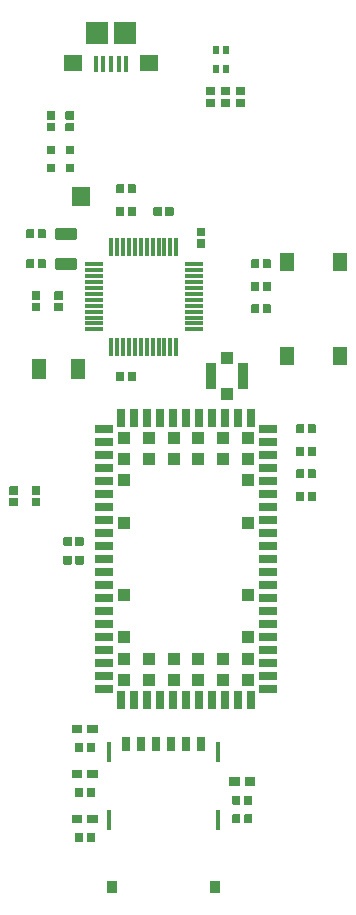
<source format=gbr>
G04 #@! TF.GenerationSoftware,KiCad,Pcbnew,5.0.2-bee76a0~70~ubuntu18.04.1*
G04 #@! TF.CreationDate,2019-09-11T11:18:42+02:00*
G04 #@! TF.ProjectId,easyhive_1_3,65617379-6869-4766-955f-315f332e6b69,rev?*
G04 #@! TF.SameCoordinates,Original*
G04 #@! TF.FileFunction,Paste,Top*
G04 #@! TF.FilePolarity,Positive*
%FSLAX46Y46*%
G04 Gerber Fmt 4.6, Leading zero omitted, Abs format (unit mm)*
G04 Created by KiCad (PCBNEW 5.0.2-bee76a0~70~ubuntu18.04.1) date Mi 11 Sep 2019 11:18:42 CEST*
%MOMM*%
%LPD*%
G01*
G04 APERTURE LIST*
%ADD10R,0.300000X1.600000*%
%ADD11R,1.600000X0.300000*%
%ADD12C,0.100000*%
%ADD13C,0.700000*%
%ADD14R,1.200000X1.800000*%
%ADD15R,1.300000X1.550000*%
%ADD16R,1.900000X1.900000*%
%ADD17R,1.600000X1.400000*%
%ADD18R,0.400000X1.350000*%
%ADD19C,1.600000*%
%ADD20R,0.800000X0.800000*%
%ADD21R,0.500000X0.800000*%
%ADD22C,1.000000*%
%ADD23R,0.350000X1.800000*%
%ADD24R,0.650000X1.300000*%
%ADD25R,0.900000X1.000000*%
%ADD26R,1.100000X1.100000*%
%ADD27R,0.800000X1.500000*%
%ADD28R,1.500000X0.800000*%
%ADD29R,1.000000X1.050000*%
%ADD30R,0.850000X2.200000*%
G04 APERTURE END LIST*
D10*
G04 #@! TO.C,IC1*
X144996100Y-87068600D03*
X145496100Y-87068600D03*
X145996100Y-87068600D03*
X146496100Y-87068600D03*
X146996100Y-87068600D03*
X147496100Y-87068600D03*
X147996100Y-87068600D03*
X148496100Y-87068600D03*
X148996100Y-87068600D03*
X149496100Y-87068600D03*
X149996100Y-87068600D03*
X150496100Y-87068600D03*
D11*
X151996100Y-88568600D03*
X151996100Y-89068600D03*
X151996100Y-89568600D03*
X151996100Y-90068600D03*
X151996100Y-90568600D03*
X151996100Y-91068600D03*
X151996100Y-92068600D03*
X151996100Y-91568600D03*
X151996100Y-92568600D03*
X151996100Y-93068600D03*
X151996100Y-93568600D03*
X151996100Y-94068600D03*
D10*
X150496100Y-95568600D03*
X149996100Y-95568600D03*
X149496100Y-95568600D03*
X148996100Y-95568600D03*
X148496100Y-95568600D03*
X147996100Y-95568600D03*
X147496100Y-95568600D03*
X146996100Y-95568600D03*
X146496100Y-95568600D03*
X145996100Y-95568600D03*
X145496100Y-95568600D03*
X144996100Y-95568600D03*
D11*
X143496100Y-94068600D03*
X143496100Y-93568600D03*
X143496100Y-93068600D03*
X143496100Y-92568600D03*
X143496100Y-92068600D03*
X143496100Y-91568600D03*
X143496100Y-91068600D03*
X143496100Y-90568600D03*
X143496100Y-90068600D03*
X143496100Y-89568600D03*
X143496100Y-89068600D03*
X143496100Y-88568600D03*
G04 #@! TD*
D12*
G04 #@! TO.C,C2*
G36*
X150202961Y-83708937D02*
X150209756Y-83709945D01*
X150216420Y-83711614D01*
X150222888Y-83713928D01*
X150229098Y-83716866D01*
X150234990Y-83720397D01*
X150240508Y-83724489D01*
X150245597Y-83729103D01*
X150250211Y-83734192D01*
X150254303Y-83739710D01*
X150257834Y-83745602D01*
X150260772Y-83751812D01*
X150263086Y-83758280D01*
X150264755Y-83764944D01*
X150265763Y-83771739D01*
X150266100Y-83778600D01*
X150266100Y-84388600D01*
X150265763Y-84395461D01*
X150264755Y-84402256D01*
X150263086Y-84408920D01*
X150260772Y-84415388D01*
X150257834Y-84421598D01*
X150254303Y-84427490D01*
X150250211Y-84433008D01*
X150245597Y-84438097D01*
X150240508Y-84442711D01*
X150234990Y-84446803D01*
X150229098Y-84450334D01*
X150222888Y-84453272D01*
X150216420Y-84455586D01*
X150209756Y-84457255D01*
X150202961Y-84458263D01*
X150196100Y-84458600D01*
X149636100Y-84458600D01*
X149629239Y-84458263D01*
X149622444Y-84457255D01*
X149615780Y-84455586D01*
X149609312Y-84453272D01*
X149603102Y-84450334D01*
X149597210Y-84446803D01*
X149591692Y-84442711D01*
X149586603Y-84438097D01*
X149581989Y-84433008D01*
X149577897Y-84427490D01*
X149574366Y-84421598D01*
X149571428Y-84415388D01*
X149569114Y-84408920D01*
X149567445Y-84402256D01*
X149566437Y-84395461D01*
X149566100Y-84388600D01*
X149566100Y-83778600D01*
X149566437Y-83771739D01*
X149567445Y-83764944D01*
X149569114Y-83758280D01*
X149571428Y-83751812D01*
X149574366Y-83745602D01*
X149577897Y-83739710D01*
X149581989Y-83734192D01*
X149586603Y-83729103D01*
X149591692Y-83724489D01*
X149597210Y-83720397D01*
X149603102Y-83716866D01*
X149609312Y-83713928D01*
X149615780Y-83711614D01*
X149622444Y-83709945D01*
X149629239Y-83708937D01*
X149636100Y-83708600D01*
X150196100Y-83708600D01*
X150202961Y-83708937D01*
X150202961Y-83708937D01*
G37*
D13*
X149916100Y-84083600D03*
D12*
G36*
X149202961Y-83708937D02*
X149209756Y-83709945D01*
X149216420Y-83711614D01*
X149222888Y-83713928D01*
X149229098Y-83716866D01*
X149234990Y-83720397D01*
X149240508Y-83724489D01*
X149245597Y-83729103D01*
X149250211Y-83734192D01*
X149254303Y-83739710D01*
X149257834Y-83745602D01*
X149260772Y-83751812D01*
X149263086Y-83758280D01*
X149264755Y-83764944D01*
X149265763Y-83771739D01*
X149266100Y-83778600D01*
X149266100Y-84388600D01*
X149265763Y-84395461D01*
X149264755Y-84402256D01*
X149263086Y-84408920D01*
X149260772Y-84415388D01*
X149257834Y-84421598D01*
X149254303Y-84427490D01*
X149250211Y-84433008D01*
X149245597Y-84438097D01*
X149240508Y-84442711D01*
X149234990Y-84446803D01*
X149229098Y-84450334D01*
X149222888Y-84453272D01*
X149216420Y-84455586D01*
X149209756Y-84457255D01*
X149202961Y-84458263D01*
X149196100Y-84458600D01*
X148636100Y-84458600D01*
X148629239Y-84458263D01*
X148622444Y-84457255D01*
X148615780Y-84455586D01*
X148609312Y-84453272D01*
X148603102Y-84450334D01*
X148597210Y-84446803D01*
X148591692Y-84442711D01*
X148586603Y-84438097D01*
X148581989Y-84433008D01*
X148577897Y-84427490D01*
X148574366Y-84421598D01*
X148571428Y-84415388D01*
X148569114Y-84408920D01*
X148567445Y-84402256D01*
X148566437Y-84395461D01*
X148566100Y-84388600D01*
X148566100Y-83778600D01*
X148566437Y-83771739D01*
X148567445Y-83764944D01*
X148569114Y-83758280D01*
X148571428Y-83751812D01*
X148574366Y-83745602D01*
X148577897Y-83739710D01*
X148581989Y-83734192D01*
X148586603Y-83729103D01*
X148591692Y-83724489D01*
X148597210Y-83720397D01*
X148603102Y-83716866D01*
X148609312Y-83713928D01*
X148615780Y-83711614D01*
X148622444Y-83709945D01*
X148629239Y-83708937D01*
X148636100Y-83708600D01*
X149196100Y-83708600D01*
X149202961Y-83708937D01*
X149202961Y-83708937D01*
G37*
D13*
X148916100Y-84083600D03*
G04 #@! TD*
D12*
G04 #@! TO.C,C3*
G36*
X138407961Y-85613937D02*
X138414756Y-85614945D01*
X138421420Y-85616614D01*
X138427888Y-85618928D01*
X138434098Y-85621866D01*
X138439990Y-85625397D01*
X138445508Y-85629489D01*
X138450597Y-85634103D01*
X138455211Y-85639192D01*
X138459303Y-85644710D01*
X138462834Y-85650602D01*
X138465772Y-85656812D01*
X138468086Y-85663280D01*
X138469755Y-85669944D01*
X138470763Y-85676739D01*
X138471100Y-85683600D01*
X138471100Y-86293600D01*
X138470763Y-86300461D01*
X138469755Y-86307256D01*
X138468086Y-86313920D01*
X138465772Y-86320388D01*
X138462834Y-86326598D01*
X138459303Y-86332490D01*
X138455211Y-86338008D01*
X138450597Y-86343097D01*
X138445508Y-86347711D01*
X138439990Y-86351803D01*
X138434098Y-86355334D01*
X138427888Y-86358272D01*
X138421420Y-86360586D01*
X138414756Y-86362255D01*
X138407961Y-86363263D01*
X138401100Y-86363600D01*
X137841100Y-86363600D01*
X137834239Y-86363263D01*
X137827444Y-86362255D01*
X137820780Y-86360586D01*
X137814312Y-86358272D01*
X137808102Y-86355334D01*
X137802210Y-86351803D01*
X137796692Y-86347711D01*
X137791603Y-86343097D01*
X137786989Y-86338008D01*
X137782897Y-86332490D01*
X137779366Y-86326598D01*
X137776428Y-86320388D01*
X137774114Y-86313920D01*
X137772445Y-86307256D01*
X137771437Y-86300461D01*
X137771100Y-86293600D01*
X137771100Y-85683600D01*
X137771437Y-85676739D01*
X137772445Y-85669944D01*
X137774114Y-85663280D01*
X137776428Y-85656812D01*
X137779366Y-85650602D01*
X137782897Y-85644710D01*
X137786989Y-85639192D01*
X137791603Y-85634103D01*
X137796692Y-85629489D01*
X137802210Y-85625397D01*
X137808102Y-85621866D01*
X137814312Y-85618928D01*
X137820780Y-85616614D01*
X137827444Y-85614945D01*
X137834239Y-85613937D01*
X137841100Y-85613600D01*
X138401100Y-85613600D01*
X138407961Y-85613937D01*
X138407961Y-85613937D01*
G37*
D13*
X138121100Y-85988600D03*
D12*
G36*
X139407961Y-85613937D02*
X139414756Y-85614945D01*
X139421420Y-85616614D01*
X139427888Y-85618928D01*
X139434098Y-85621866D01*
X139439990Y-85625397D01*
X139445508Y-85629489D01*
X139450597Y-85634103D01*
X139455211Y-85639192D01*
X139459303Y-85644710D01*
X139462834Y-85650602D01*
X139465772Y-85656812D01*
X139468086Y-85663280D01*
X139469755Y-85669944D01*
X139470763Y-85676739D01*
X139471100Y-85683600D01*
X139471100Y-86293600D01*
X139470763Y-86300461D01*
X139469755Y-86307256D01*
X139468086Y-86313920D01*
X139465772Y-86320388D01*
X139462834Y-86326598D01*
X139459303Y-86332490D01*
X139455211Y-86338008D01*
X139450597Y-86343097D01*
X139445508Y-86347711D01*
X139439990Y-86351803D01*
X139434098Y-86355334D01*
X139427888Y-86358272D01*
X139421420Y-86360586D01*
X139414756Y-86362255D01*
X139407961Y-86363263D01*
X139401100Y-86363600D01*
X138841100Y-86363600D01*
X138834239Y-86363263D01*
X138827444Y-86362255D01*
X138820780Y-86360586D01*
X138814312Y-86358272D01*
X138808102Y-86355334D01*
X138802210Y-86351803D01*
X138796692Y-86347711D01*
X138791603Y-86343097D01*
X138786989Y-86338008D01*
X138782897Y-86332490D01*
X138779366Y-86326598D01*
X138776428Y-86320388D01*
X138774114Y-86313920D01*
X138772445Y-86307256D01*
X138771437Y-86300461D01*
X138771100Y-86293600D01*
X138771100Y-85683600D01*
X138771437Y-85676739D01*
X138772445Y-85669944D01*
X138774114Y-85663280D01*
X138776428Y-85656812D01*
X138779366Y-85650602D01*
X138782897Y-85644710D01*
X138786989Y-85639192D01*
X138791603Y-85634103D01*
X138796692Y-85629489D01*
X138802210Y-85625397D01*
X138808102Y-85621866D01*
X138814312Y-85618928D01*
X138820780Y-85616614D01*
X138827444Y-85614945D01*
X138834239Y-85613937D01*
X138841100Y-85613600D01*
X139401100Y-85613600D01*
X139407961Y-85613937D01*
X139407961Y-85613937D01*
G37*
D13*
X139121100Y-85988600D03*
G04 #@! TD*
D12*
G04 #@! TO.C,C4*
G36*
X138407961Y-88153937D02*
X138414756Y-88154945D01*
X138421420Y-88156614D01*
X138427888Y-88158928D01*
X138434098Y-88161866D01*
X138439990Y-88165397D01*
X138445508Y-88169489D01*
X138450597Y-88174103D01*
X138455211Y-88179192D01*
X138459303Y-88184710D01*
X138462834Y-88190602D01*
X138465772Y-88196812D01*
X138468086Y-88203280D01*
X138469755Y-88209944D01*
X138470763Y-88216739D01*
X138471100Y-88223600D01*
X138471100Y-88833600D01*
X138470763Y-88840461D01*
X138469755Y-88847256D01*
X138468086Y-88853920D01*
X138465772Y-88860388D01*
X138462834Y-88866598D01*
X138459303Y-88872490D01*
X138455211Y-88878008D01*
X138450597Y-88883097D01*
X138445508Y-88887711D01*
X138439990Y-88891803D01*
X138434098Y-88895334D01*
X138427888Y-88898272D01*
X138421420Y-88900586D01*
X138414756Y-88902255D01*
X138407961Y-88903263D01*
X138401100Y-88903600D01*
X137841100Y-88903600D01*
X137834239Y-88903263D01*
X137827444Y-88902255D01*
X137820780Y-88900586D01*
X137814312Y-88898272D01*
X137808102Y-88895334D01*
X137802210Y-88891803D01*
X137796692Y-88887711D01*
X137791603Y-88883097D01*
X137786989Y-88878008D01*
X137782897Y-88872490D01*
X137779366Y-88866598D01*
X137776428Y-88860388D01*
X137774114Y-88853920D01*
X137772445Y-88847256D01*
X137771437Y-88840461D01*
X137771100Y-88833600D01*
X137771100Y-88223600D01*
X137771437Y-88216739D01*
X137772445Y-88209944D01*
X137774114Y-88203280D01*
X137776428Y-88196812D01*
X137779366Y-88190602D01*
X137782897Y-88184710D01*
X137786989Y-88179192D01*
X137791603Y-88174103D01*
X137796692Y-88169489D01*
X137802210Y-88165397D01*
X137808102Y-88161866D01*
X137814312Y-88158928D01*
X137820780Y-88156614D01*
X137827444Y-88154945D01*
X137834239Y-88153937D01*
X137841100Y-88153600D01*
X138401100Y-88153600D01*
X138407961Y-88153937D01*
X138407961Y-88153937D01*
G37*
D13*
X138121100Y-88528600D03*
D12*
G36*
X139407961Y-88153937D02*
X139414756Y-88154945D01*
X139421420Y-88156614D01*
X139427888Y-88158928D01*
X139434098Y-88161866D01*
X139439990Y-88165397D01*
X139445508Y-88169489D01*
X139450597Y-88174103D01*
X139455211Y-88179192D01*
X139459303Y-88184710D01*
X139462834Y-88190602D01*
X139465772Y-88196812D01*
X139468086Y-88203280D01*
X139469755Y-88209944D01*
X139470763Y-88216739D01*
X139471100Y-88223600D01*
X139471100Y-88833600D01*
X139470763Y-88840461D01*
X139469755Y-88847256D01*
X139468086Y-88853920D01*
X139465772Y-88860388D01*
X139462834Y-88866598D01*
X139459303Y-88872490D01*
X139455211Y-88878008D01*
X139450597Y-88883097D01*
X139445508Y-88887711D01*
X139439990Y-88891803D01*
X139434098Y-88895334D01*
X139427888Y-88898272D01*
X139421420Y-88900586D01*
X139414756Y-88902255D01*
X139407961Y-88903263D01*
X139401100Y-88903600D01*
X138841100Y-88903600D01*
X138834239Y-88903263D01*
X138827444Y-88902255D01*
X138820780Y-88900586D01*
X138814312Y-88898272D01*
X138808102Y-88895334D01*
X138802210Y-88891803D01*
X138796692Y-88887711D01*
X138791603Y-88883097D01*
X138786989Y-88878008D01*
X138782897Y-88872490D01*
X138779366Y-88866598D01*
X138776428Y-88860388D01*
X138774114Y-88853920D01*
X138772445Y-88847256D01*
X138771437Y-88840461D01*
X138771100Y-88833600D01*
X138771100Y-88223600D01*
X138771437Y-88216739D01*
X138772445Y-88209944D01*
X138774114Y-88203280D01*
X138776428Y-88196812D01*
X138779366Y-88190602D01*
X138782897Y-88184710D01*
X138786989Y-88179192D01*
X138791603Y-88174103D01*
X138796692Y-88169489D01*
X138802210Y-88165397D01*
X138808102Y-88161866D01*
X138814312Y-88158928D01*
X138820780Y-88156614D01*
X138827444Y-88154945D01*
X138834239Y-88153937D01*
X138841100Y-88153600D01*
X139401100Y-88153600D01*
X139407961Y-88153937D01*
X139407961Y-88153937D01*
G37*
D13*
X139121100Y-88528600D03*
G04 #@! TD*
D12*
G04 #@! TO.C,C5*
G36*
X146027961Y-97678937D02*
X146034756Y-97679945D01*
X146041420Y-97681614D01*
X146047888Y-97683928D01*
X146054098Y-97686866D01*
X146059990Y-97690397D01*
X146065508Y-97694489D01*
X146070597Y-97699103D01*
X146075211Y-97704192D01*
X146079303Y-97709710D01*
X146082834Y-97715602D01*
X146085772Y-97721812D01*
X146088086Y-97728280D01*
X146089755Y-97734944D01*
X146090763Y-97741739D01*
X146091100Y-97748600D01*
X146091100Y-98358600D01*
X146090763Y-98365461D01*
X146089755Y-98372256D01*
X146088086Y-98378920D01*
X146085772Y-98385388D01*
X146082834Y-98391598D01*
X146079303Y-98397490D01*
X146075211Y-98403008D01*
X146070597Y-98408097D01*
X146065508Y-98412711D01*
X146059990Y-98416803D01*
X146054098Y-98420334D01*
X146047888Y-98423272D01*
X146041420Y-98425586D01*
X146034756Y-98427255D01*
X146027961Y-98428263D01*
X146021100Y-98428600D01*
X145461100Y-98428600D01*
X145454239Y-98428263D01*
X145447444Y-98427255D01*
X145440780Y-98425586D01*
X145434312Y-98423272D01*
X145428102Y-98420334D01*
X145422210Y-98416803D01*
X145416692Y-98412711D01*
X145411603Y-98408097D01*
X145406989Y-98403008D01*
X145402897Y-98397490D01*
X145399366Y-98391598D01*
X145396428Y-98385388D01*
X145394114Y-98378920D01*
X145392445Y-98372256D01*
X145391437Y-98365461D01*
X145391100Y-98358600D01*
X145391100Y-97748600D01*
X145391437Y-97741739D01*
X145392445Y-97734944D01*
X145394114Y-97728280D01*
X145396428Y-97721812D01*
X145399366Y-97715602D01*
X145402897Y-97709710D01*
X145406989Y-97704192D01*
X145411603Y-97699103D01*
X145416692Y-97694489D01*
X145422210Y-97690397D01*
X145428102Y-97686866D01*
X145434312Y-97683928D01*
X145440780Y-97681614D01*
X145447444Y-97679945D01*
X145454239Y-97678937D01*
X145461100Y-97678600D01*
X146021100Y-97678600D01*
X146027961Y-97678937D01*
X146027961Y-97678937D01*
G37*
D13*
X145741100Y-98053600D03*
D12*
G36*
X147027961Y-97678937D02*
X147034756Y-97679945D01*
X147041420Y-97681614D01*
X147047888Y-97683928D01*
X147054098Y-97686866D01*
X147059990Y-97690397D01*
X147065508Y-97694489D01*
X147070597Y-97699103D01*
X147075211Y-97704192D01*
X147079303Y-97709710D01*
X147082834Y-97715602D01*
X147085772Y-97721812D01*
X147088086Y-97728280D01*
X147089755Y-97734944D01*
X147090763Y-97741739D01*
X147091100Y-97748600D01*
X147091100Y-98358600D01*
X147090763Y-98365461D01*
X147089755Y-98372256D01*
X147088086Y-98378920D01*
X147085772Y-98385388D01*
X147082834Y-98391598D01*
X147079303Y-98397490D01*
X147075211Y-98403008D01*
X147070597Y-98408097D01*
X147065508Y-98412711D01*
X147059990Y-98416803D01*
X147054098Y-98420334D01*
X147047888Y-98423272D01*
X147041420Y-98425586D01*
X147034756Y-98427255D01*
X147027961Y-98428263D01*
X147021100Y-98428600D01*
X146461100Y-98428600D01*
X146454239Y-98428263D01*
X146447444Y-98427255D01*
X146440780Y-98425586D01*
X146434312Y-98423272D01*
X146428102Y-98420334D01*
X146422210Y-98416803D01*
X146416692Y-98412711D01*
X146411603Y-98408097D01*
X146406989Y-98403008D01*
X146402897Y-98397490D01*
X146399366Y-98391598D01*
X146396428Y-98385388D01*
X146394114Y-98378920D01*
X146392445Y-98372256D01*
X146391437Y-98365461D01*
X146391100Y-98358600D01*
X146391100Y-97748600D01*
X146391437Y-97741739D01*
X146392445Y-97734944D01*
X146394114Y-97728280D01*
X146396428Y-97721812D01*
X146399366Y-97715602D01*
X146402897Y-97709710D01*
X146406989Y-97704192D01*
X146411603Y-97699103D01*
X146416692Y-97694489D01*
X146422210Y-97690397D01*
X146428102Y-97686866D01*
X146434312Y-97683928D01*
X146440780Y-97681614D01*
X146447444Y-97679945D01*
X146454239Y-97678937D01*
X146461100Y-97678600D01*
X147021100Y-97678600D01*
X147027961Y-97678937D01*
X147027961Y-97678937D01*
G37*
D13*
X146741100Y-98053600D03*
G04 #@! TD*
D12*
G04 #@! TO.C,C6*
G36*
X152902961Y-85456437D02*
X152909756Y-85457445D01*
X152916420Y-85459114D01*
X152922888Y-85461428D01*
X152929098Y-85464366D01*
X152934990Y-85467897D01*
X152940508Y-85471989D01*
X152945597Y-85476603D01*
X152950211Y-85481692D01*
X152954303Y-85487210D01*
X152957834Y-85493102D01*
X152960772Y-85499312D01*
X152963086Y-85505780D01*
X152964755Y-85512444D01*
X152965763Y-85519239D01*
X152966100Y-85526100D01*
X152966100Y-86086100D01*
X152965763Y-86092961D01*
X152964755Y-86099756D01*
X152963086Y-86106420D01*
X152960772Y-86112888D01*
X152957834Y-86119098D01*
X152954303Y-86124990D01*
X152950211Y-86130508D01*
X152945597Y-86135597D01*
X152940508Y-86140211D01*
X152934990Y-86144303D01*
X152929098Y-86147834D01*
X152922888Y-86150772D01*
X152916420Y-86153086D01*
X152909756Y-86154755D01*
X152902961Y-86155763D01*
X152896100Y-86156100D01*
X152286100Y-86156100D01*
X152279239Y-86155763D01*
X152272444Y-86154755D01*
X152265780Y-86153086D01*
X152259312Y-86150772D01*
X152253102Y-86147834D01*
X152247210Y-86144303D01*
X152241692Y-86140211D01*
X152236603Y-86135597D01*
X152231989Y-86130508D01*
X152227897Y-86124990D01*
X152224366Y-86119098D01*
X152221428Y-86112888D01*
X152219114Y-86106420D01*
X152217445Y-86099756D01*
X152216437Y-86092961D01*
X152216100Y-86086100D01*
X152216100Y-85526100D01*
X152216437Y-85519239D01*
X152217445Y-85512444D01*
X152219114Y-85505780D01*
X152221428Y-85499312D01*
X152224366Y-85493102D01*
X152227897Y-85487210D01*
X152231989Y-85481692D01*
X152236603Y-85476603D01*
X152241692Y-85471989D01*
X152247210Y-85467897D01*
X152253102Y-85464366D01*
X152259312Y-85461428D01*
X152265780Y-85459114D01*
X152272444Y-85457445D01*
X152279239Y-85456437D01*
X152286100Y-85456100D01*
X152896100Y-85456100D01*
X152902961Y-85456437D01*
X152902961Y-85456437D01*
G37*
D13*
X152591100Y-85806100D03*
D12*
G36*
X152902961Y-86456437D02*
X152909756Y-86457445D01*
X152916420Y-86459114D01*
X152922888Y-86461428D01*
X152929098Y-86464366D01*
X152934990Y-86467897D01*
X152940508Y-86471989D01*
X152945597Y-86476603D01*
X152950211Y-86481692D01*
X152954303Y-86487210D01*
X152957834Y-86493102D01*
X152960772Y-86499312D01*
X152963086Y-86505780D01*
X152964755Y-86512444D01*
X152965763Y-86519239D01*
X152966100Y-86526100D01*
X152966100Y-87086100D01*
X152965763Y-87092961D01*
X152964755Y-87099756D01*
X152963086Y-87106420D01*
X152960772Y-87112888D01*
X152957834Y-87119098D01*
X152954303Y-87124990D01*
X152950211Y-87130508D01*
X152945597Y-87135597D01*
X152940508Y-87140211D01*
X152934990Y-87144303D01*
X152929098Y-87147834D01*
X152922888Y-87150772D01*
X152916420Y-87153086D01*
X152909756Y-87154755D01*
X152902961Y-87155763D01*
X152896100Y-87156100D01*
X152286100Y-87156100D01*
X152279239Y-87155763D01*
X152272444Y-87154755D01*
X152265780Y-87153086D01*
X152259312Y-87150772D01*
X152253102Y-87147834D01*
X152247210Y-87144303D01*
X152241692Y-87140211D01*
X152236603Y-87135597D01*
X152231989Y-87130508D01*
X152227897Y-87124990D01*
X152224366Y-87119098D01*
X152221428Y-87112888D01*
X152219114Y-87106420D01*
X152217445Y-87099756D01*
X152216437Y-87092961D01*
X152216100Y-87086100D01*
X152216100Y-86526100D01*
X152216437Y-86519239D01*
X152217445Y-86512444D01*
X152219114Y-86505780D01*
X152221428Y-86499312D01*
X152224366Y-86493102D01*
X152227897Y-86487210D01*
X152231989Y-86481692D01*
X152236603Y-86476603D01*
X152241692Y-86471989D01*
X152247210Y-86467897D01*
X152253102Y-86464366D01*
X152259312Y-86461428D01*
X152265780Y-86459114D01*
X152272444Y-86457445D01*
X152279239Y-86456437D01*
X152286100Y-86456100D01*
X152896100Y-86456100D01*
X152902961Y-86456437D01*
X152902961Y-86456437D01*
G37*
D13*
X152591100Y-86806100D03*
G04 #@! TD*
D12*
G04 #@! TO.C,C7*
G36*
X140837961Y-91853937D02*
X140844756Y-91854945D01*
X140851420Y-91856614D01*
X140857888Y-91858928D01*
X140864098Y-91861866D01*
X140869990Y-91865397D01*
X140875508Y-91869489D01*
X140880597Y-91874103D01*
X140885211Y-91879192D01*
X140889303Y-91884710D01*
X140892834Y-91890602D01*
X140895772Y-91896812D01*
X140898086Y-91903280D01*
X140899755Y-91909944D01*
X140900763Y-91916739D01*
X140901100Y-91923600D01*
X140901100Y-92483600D01*
X140900763Y-92490461D01*
X140899755Y-92497256D01*
X140898086Y-92503920D01*
X140895772Y-92510388D01*
X140892834Y-92516598D01*
X140889303Y-92522490D01*
X140885211Y-92528008D01*
X140880597Y-92533097D01*
X140875508Y-92537711D01*
X140869990Y-92541803D01*
X140864098Y-92545334D01*
X140857888Y-92548272D01*
X140851420Y-92550586D01*
X140844756Y-92552255D01*
X140837961Y-92553263D01*
X140831100Y-92553600D01*
X140221100Y-92553600D01*
X140214239Y-92553263D01*
X140207444Y-92552255D01*
X140200780Y-92550586D01*
X140194312Y-92548272D01*
X140188102Y-92545334D01*
X140182210Y-92541803D01*
X140176692Y-92537711D01*
X140171603Y-92533097D01*
X140166989Y-92528008D01*
X140162897Y-92522490D01*
X140159366Y-92516598D01*
X140156428Y-92510388D01*
X140154114Y-92503920D01*
X140152445Y-92497256D01*
X140151437Y-92490461D01*
X140151100Y-92483600D01*
X140151100Y-91923600D01*
X140151437Y-91916739D01*
X140152445Y-91909944D01*
X140154114Y-91903280D01*
X140156428Y-91896812D01*
X140159366Y-91890602D01*
X140162897Y-91884710D01*
X140166989Y-91879192D01*
X140171603Y-91874103D01*
X140176692Y-91869489D01*
X140182210Y-91865397D01*
X140188102Y-91861866D01*
X140194312Y-91858928D01*
X140200780Y-91856614D01*
X140207444Y-91854945D01*
X140214239Y-91853937D01*
X140221100Y-91853600D01*
X140831100Y-91853600D01*
X140837961Y-91853937D01*
X140837961Y-91853937D01*
G37*
D13*
X140526100Y-92203600D03*
D12*
G36*
X140837961Y-90853937D02*
X140844756Y-90854945D01*
X140851420Y-90856614D01*
X140857888Y-90858928D01*
X140864098Y-90861866D01*
X140869990Y-90865397D01*
X140875508Y-90869489D01*
X140880597Y-90874103D01*
X140885211Y-90879192D01*
X140889303Y-90884710D01*
X140892834Y-90890602D01*
X140895772Y-90896812D01*
X140898086Y-90903280D01*
X140899755Y-90909944D01*
X140900763Y-90916739D01*
X140901100Y-90923600D01*
X140901100Y-91483600D01*
X140900763Y-91490461D01*
X140899755Y-91497256D01*
X140898086Y-91503920D01*
X140895772Y-91510388D01*
X140892834Y-91516598D01*
X140889303Y-91522490D01*
X140885211Y-91528008D01*
X140880597Y-91533097D01*
X140875508Y-91537711D01*
X140869990Y-91541803D01*
X140864098Y-91545334D01*
X140857888Y-91548272D01*
X140851420Y-91550586D01*
X140844756Y-91552255D01*
X140837961Y-91553263D01*
X140831100Y-91553600D01*
X140221100Y-91553600D01*
X140214239Y-91553263D01*
X140207444Y-91552255D01*
X140200780Y-91550586D01*
X140194312Y-91548272D01*
X140188102Y-91545334D01*
X140182210Y-91541803D01*
X140176692Y-91537711D01*
X140171603Y-91533097D01*
X140166989Y-91528008D01*
X140162897Y-91522490D01*
X140159366Y-91516598D01*
X140156428Y-91510388D01*
X140154114Y-91503920D01*
X140152445Y-91497256D01*
X140151437Y-91490461D01*
X140151100Y-91483600D01*
X140151100Y-90923600D01*
X140151437Y-90916739D01*
X140152445Y-90909944D01*
X140154114Y-90903280D01*
X140156428Y-90896812D01*
X140159366Y-90890602D01*
X140162897Y-90884710D01*
X140166989Y-90879192D01*
X140171603Y-90874103D01*
X140176692Y-90869489D01*
X140182210Y-90865397D01*
X140188102Y-90861866D01*
X140194312Y-90858928D01*
X140200780Y-90856614D01*
X140207444Y-90854945D01*
X140214239Y-90853937D01*
X140221100Y-90853600D01*
X140831100Y-90853600D01*
X140837961Y-90853937D01*
X140837961Y-90853937D01*
G37*
D13*
X140526100Y-91203600D03*
G04 #@! TD*
D12*
G04 #@! TO.C,C1*
G36*
X146027961Y-83708937D02*
X146034756Y-83709945D01*
X146041420Y-83711614D01*
X146047888Y-83713928D01*
X146054098Y-83716866D01*
X146059990Y-83720397D01*
X146065508Y-83724489D01*
X146070597Y-83729103D01*
X146075211Y-83734192D01*
X146079303Y-83739710D01*
X146082834Y-83745602D01*
X146085772Y-83751812D01*
X146088086Y-83758280D01*
X146089755Y-83764944D01*
X146090763Y-83771739D01*
X146091100Y-83778600D01*
X146091100Y-84388600D01*
X146090763Y-84395461D01*
X146089755Y-84402256D01*
X146088086Y-84408920D01*
X146085772Y-84415388D01*
X146082834Y-84421598D01*
X146079303Y-84427490D01*
X146075211Y-84433008D01*
X146070597Y-84438097D01*
X146065508Y-84442711D01*
X146059990Y-84446803D01*
X146054098Y-84450334D01*
X146047888Y-84453272D01*
X146041420Y-84455586D01*
X146034756Y-84457255D01*
X146027961Y-84458263D01*
X146021100Y-84458600D01*
X145461100Y-84458600D01*
X145454239Y-84458263D01*
X145447444Y-84457255D01*
X145440780Y-84455586D01*
X145434312Y-84453272D01*
X145428102Y-84450334D01*
X145422210Y-84446803D01*
X145416692Y-84442711D01*
X145411603Y-84438097D01*
X145406989Y-84433008D01*
X145402897Y-84427490D01*
X145399366Y-84421598D01*
X145396428Y-84415388D01*
X145394114Y-84408920D01*
X145392445Y-84402256D01*
X145391437Y-84395461D01*
X145391100Y-84388600D01*
X145391100Y-83778600D01*
X145391437Y-83771739D01*
X145392445Y-83764944D01*
X145394114Y-83758280D01*
X145396428Y-83751812D01*
X145399366Y-83745602D01*
X145402897Y-83739710D01*
X145406989Y-83734192D01*
X145411603Y-83729103D01*
X145416692Y-83724489D01*
X145422210Y-83720397D01*
X145428102Y-83716866D01*
X145434312Y-83713928D01*
X145440780Y-83711614D01*
X145447444Y-83709945D01*
X145454239Y-83708937D01*
X145461100Y-83708600D01*
X146021100Y-83708600D01*
X146027961Y-83708937D01*
X146027961Y-83708937D01*
G37*
D13*
X145741100Y-84083600D03*
D12*
G36*
X147027961Y-83708937D02*
X147034756Y-83709945D01*
X147041420Y-83711614D01*
X147047888Y-83713928D01*
X147054098Y-83716866D01*
X147059990Y-83720397D01*
X147065508Y-83724489D01*
X147070597Y-83729103D01*
X147075211Y-83734192D01*
X147079303Y-83739710D01*
X147082834Y-83745602D01*
X147085772Y-83751812D01*
X147088086Y-83758280D01*
X147089755Y-83764944D01*
X147090763Y-83771739D01*
X147091100Y-83778600D01*
X147091100Y-84388600D01*
X147090763Y-84395461D01*
X147089755Y-84402256D01*
X147088086Y-84408920D01*
X147085772Y-84415388D01*
X147082834Y-84421598D01*
X147079303Y-84427490D01*
X147075211Y-84433008D01*
X147070597Y-84438097D01*
X147065508Y-84442711D01*
X147059990Y-84446803D01*
X147054098Y-84450334D01*
X147047888Y-84453272D01*
X147041420Y-84455586D01*
X147034756Y-84457255D01*
X147027961Y-84458263D01*
X147021100Y-84458600D01*
X146461100Y-84458600D01*
X146454239Y-84458263D01*
X146447444Y-84457255D01*
X146440780Y-84455586D01*
X146434312Y-84453272D01*
X146428102Y-84450334D01*
X146422210Y-84446803D01*
X146416692Y-84442711D01*
X146411603Y-84438097D01*
X146406989Y-84433008D01*
X146402897Y-84427490D01*
X146399366Y-84421598D01*
X146396428Y-84415388D01*
X146394114Y-84408920D01*
X146392445Y-84402256D01*
X146391437Y-84395461D01*
X146391100Y-84388600D01*
X146391100Y-83778600D01*
X146391437Y-83771739D01*
X146392445Y-83764944D01*
X146394114Y-83758280D01*
X146396428Y-83751812D01*
X146399366Y-83745602D01*
X146402897Y-83739710D01*
X146406989Y-83734192D01*
X146411603Y-83729103D01*
X146416692Y-83724489D01*
X146422210Y-83720397D01*
X146428102Y-83716866D01*
X146434312Y-83713928D01*
X146440780Y-83711614D01*
X146447444Y-83709945D01*
X146454239Y-83708937D01*
X146461100Y-83708600D01*
X147021100Y-83708600D01*
X147027961Y-83708937D01*
X147027961Y-83708937D01*
G37*
D13*
X146741100Y-84083600D03*
G04 #@! TD*
D12*
G04 #@! TO.C,C8*
G36*
X146027961Y-81803937D02*
X146034756Y-81804945D01*
X146041420Y-81806614D01*
X146047888Y-81808928D01*
X146054098Y-81811866D01*
X146059990Y-81815397D01*
X146065508Y-81819489D01*
X146070597Y-81824103D01*
X146075211Y-81829192D01*
X146079303Y-81834710D01*
X146082834Y-81840602D01*
X146085772Y-81846812D01*
X146088086Y-81853280D01*
X146089755Y-81859944D01*
X146090763Y-81866739D01*
X146091100Y-81873600D01*
X146091100Y-82483600D01*
X146090763Y-82490461D01*
X146089755Y-82497256D01*
X146088086Y-82503920D01*
X146085772Y-82510388D01*
X146082834Y-82516598D01*
X146079303Y-82522490D01*
X146075211Y-82528008D01*
X146070597Y-82533097D01*
X146065508Y-82537711D01*
X146059990Y-82541803D01*
X146054098Y-82545334D01*
X146047888Y-82548272D01*
X146041420Y-82550586D01*
X146034756Y-82552255D01*
X146027961Y-82553263D01*
X146021100Y-82553600D01*
X145461100Y-82553600D01*
X145454239Y-82553263D01*
X145447444Y-82552255D01*
X145440780Y-82550586D01*
X145434312Y-82548272D01*
X145428102Y-82545334D01*
X145422210Y-82541803D01*
X145416692Y-82537711D01*
X145411603Y-82533097D01*
X145406989Y-82528008D01*
X145402897Y-82522490D01*
X145399366Y-82516598D01*
X145396428Y-82510388D01*
X145394114Y-82503920D01*
X145392445Y-82497256D01*
X145391437Y-82490461D01*
X145391100Y-82483600D01*
X145391100Y-81873600D01*
X145391437Y-81866739D01*
X145392445Y-81859944D01*
X145394114Y-81853280D01*
X145396428Y-81846812D01*
X145399366Y-81840602D01*
X145402897Y-81834710D01*
X145406989Y-81829192D01*
X145411603Y-81824103D01*
X145416692Y-81819489D01*
X145422210Y-81815397D01*
X145428102Y-81811866D01*
X145434312Y-81808928D01*
X145440780Y-81806614D01*
X145447444Y-81804945D01*
X145454239Y-81803937D01*
X145461100Y-81803600D01*
X146021100Y-81803600D01*
X146027961Y-81803937D01*
X146027961Y-81803937D01*
G37*
D13*
X145741100Y-82178600D03*
D12*
G36*
X147027961Y-81803937D02*
X147034756Y-81804945D01*
X147041420Y-81806614D01*
X147047888Y-81808928D01*
X147054098Y-81811866D01*
X147059990Y-81815397D01*
X147065508Y-81819489D01*
X147070597Y-81824103D01*
X147075211Y-81829192D01*
X147079303Y-81834710D01*
X147082834Y-81840602D01*
X147085772Y-81846812D01*
X147088086Y-81853280D01*
X147089755Y-81859944D01*
X147090763Y-81866739D01*
X147091100Y-81873600D01*
X147091100Y-82483600D01*
X147090763Y-82490461D01*
X147089755Y-82497256D01*
X147088086Y-82503920D01*
X147085772Y-82510388D01*
X147082834Y-82516598D01*
X147079303Y-82522490D01*
X147075211Y-82528008D01*
X147070597Y-82533097D01*
X147065508Y-82537711D01*
X147059990Y-82541803D01*
X147054098Y-82545334D01*
X147047888Y-82548272D01*
X147041420Y-82550586D01*
X147034756Y-82552255D01*
X147027961Y-82553263D01*
X147021100Y-82553600D01*
X146461100Y-82553600D01*
X146454239Y-82553263D01*
X146447444Y-82552255D01*
X146440780Y-82550586D01*
X146434312Y-82548272D01*
X146428102Y-82545334D01*
X146422210Y-82541803D01*
X146416692Y-82537711D01*
X146411603Y-82533097D01*
X146406989Y-82528008D01*
X146402897Y-82522490D01*
X146399366Y-82516598D01*
X146396428Y-82510388D01*
X146394114Y-82503920D01*
X146392445Y-82497256D01*
X146391437Y-82490461D01*
X146391100Y-82483600D01*
X146391100Y-81873600D01*
X146391437Y-81866739D01*
X146392445Y-81859944D01*
X146394114Y-81853280D01*
X146396428Y-81846812D01*
X146399366Y-81840602D01*
X146402897Y-81834710D01*
X146406989Y-81829192D01*
X146411603Y-81824103D01*
X146416692Y-81819489D01*
X146422210Y-81815397D01*
X146428102Y-81811866D01*
X146434312Y-81808928D01*
X146440780Y-81806614D01*
X146447444Y-81804945D01*
X146454239Y-81803937D01*
X146461100Y-81803600D01*
X147021100Y-81803600D01*
X147027961Y-81803937D01*
X147027961Y-81803937D01*
G37*
D13*
X146741100Y-82178600D03*
G04 #@! TD*
D14*
G04 #@! TO.C,L1*
X142176100Y-97418600D03*
X138876100Y-97418600D03*
G04 #@! TD*
D12*
G04 #@! TO.C,C9*
G36*
X138932961Y-91853937D02*
X138939756Y-91854945D01*
X138946420Y-91856614D01*
X138952888Y-91858928D01*
X138959098Y-91861866D01*
X138964990Y-91865397D01*
X138970508Y-91869489D01*
X138975597Y-91874103D01*
X138980211Y-91879192D01*
X138984303Y-91884710D01*
X138987834Y-91890602D01*
X138990772Y-91896812D01*
X138993086Y-91903280D01*
X138994755Y-91909944D01*
X138995763Y-91916739D01*
X138996100Y-91923600D01*
X138996100Y-92483600D01*
X138995763Y-92490461D01*
X138994755Y-92497256D01*
X138993086Y-92503920D01*
X138990772Y-92510388D01*
X138987834Y-92516598D01*
X138984303Y-92522490D01*
X138980211Y-92528008D01*
X138975597Y-92533097D01*
X138970508Y-92537711D01*
X138964990Y-92541803D01*
X138959098Y-92545334D01*
X138952888Y-92548272D01*
X138946420Y-92550586D01*
X138939756Y-92552255D01*
X138932961Y-92553263D01*
X138926100Y-92553600D01*
X138316100Y-92553600D01*
X138309239Y-92553263D01*
X138302444Y-92552255D01*
X138295780Y-92550586D01*
X138289312Y-92548272D01*
X138283102Y-92545334D01*
X138277210Y-92541803D01*
X138271692Y-92537711D01*
X138266603Y-92533097D01*
X138261989Y-92528008D01*
X138257897Y-92522490D01*
X138254366Y-92516598D01*
X138251428Y-92510388D01*
X138249114Y-92503920D01*
X138247445Y-92497256D01*
X138246437Y-92490461D01*
X138246100Y-92483600D01*
X138246100Y-91923600D01*
X138246437Y-91916739D01*
X138247445Y-91909944D01*
X138249114Y-91903280D01*
X138251428Y-91896812D01*
X138254366Y-91890602D01*
X138257897Y-91884710D01*
X138261989Y-91879192D01*
X138266603Y-91874103D01*
X138271692Y-91869489D01*
X138277210Y-91865397D01*
X138283102Y-91861866D01*
X138289312Y-91858928D01*
X138295780Y-91856614D01*
X138302444Y-91854945D01*
X138309239Y-91853937D01*
X138316100Y-91853600D01*
X138926100Y-91853600D01*
X138932961Y-91853937D01*
X138932961Y-91853937D01*
G37*
D13*
X138621100Y-92203600D03*
D12*
G36*
X138932961Y-90853937D02*
X138939756Y-90854945D01*
X138946420Y-90856614D01*
X138952888Y-90858928D01*
X138959098Y-90861866D01*
X138964990Y-90865397D01*
X138970508Y-90869489D01*
X138975597Y-90874103D01*
X138980211Y-90879192D01*
X138984303Y-90884710D01*
X138987834Y-90890602D01*
X138990772Y-90896812D01*
X138993086Y-90903280D01*
X138994755Y-90909944D01*
X138995763Y-90916739D01*
X138996100Y-90923600D01*
X138996100Y-91483600D01*
X138995763Y-91490461D01*
X138994755Y-91497256D01*
X138993086Y-91503920D01*
X138990772Y-91510388D01*
X138987834Y-91516598D01*
X138984303Y-91522490D01*
X138980211Y-91528008D01*
X138975597Y-91533097D01*
X138970508Y-91537711D01*
X138964990Y-91541803D01*
X138959098Y-91545334D01*
X138952888Y-91548272D01*
X138946420Y-91550586D01*
X138939756Y-91552255D01*
X138932961Y-91553263D01*
X138926100Y-91553600D01*
X138316100Y-91553600D01*
X138309239Y-91553263D01*
X138302444Y-91552255D01*
X138295780Y-91550586D01*
X138289312Y-91548272D01*
X138283102Y-91545334D01*
X138277210Y-91541803D01*
X138271692Y-91537711D01*
X138266603Y-91533097D01*
X138261989Y-91528008D01*
X138257897Y-91522490D01*
X138254366Y-91516598D01*
X138251428Y-91510388D01*
X138249114Y-91503920D01*
X138247445Y-91497256D01*
X138246437Y-91490461D01*
X138246100Y-91483600D01*
X138246100Y-90923600D01*
X138246437Y-90916739D01*
X138247445Y-90909944D01*
X138249114Y-90903280D01*
X138251428Y-90896812D01*
X138254366Y-90890602D01*
X138257897Y-90884710D01*
X138261989Y-90879192D01*
X138266603Y-90874103D01*
X138271692Y-90869489D01*
X138277210Y-90865397D01*
X138283102Y-90861866D01*
X138289312Y-90858928D01*
X138295780Y-90856614D01*
X138302444Y-90854945D01*
X138309239Y-90853937D01*
X138316100Y-90853600D01*
X138926100Y-90853600D01*
X138932961Y-90853937D01*
X138932961Y-90853937D01*
G37*
D13*
X138621100Y-91203600D03*
G04 #@! TD*
D12*
G04 #@! TO.C,C10*
G36*
X157457961Y-91963937D02*
X157464756Y-91964945D01*
X157471420Y-91966614D01*
X157477888Y-91968928D01*
X157484098Y-91971866D01*
X157489990Y-91975397D01*
X157495508Y-91979489D01*
X157500597Y-91984103D01*
X157505211Y-91989192D01*
X157509303Y-91994710D01*
X157512834Y-92000602D01*
X157515772Y-92006812D01*
X157518086Y-92013280D01*
X157519755Y-92019944D01*
X157520763Y-92026739D01*
X157521100Y-92033600D01*
X157521100Y-92643600D01*
X157520763Y-92650461D01*
X157519755Y-92657256D01*
X157518086Y-92663920D01*
X157515772Y-92670388D01*
X157512834Y-92676598D01*
X157509303Y-92682490D01*
X157505211Y-92688008D01*
X157500597Y-92693097D01*
X157495508Y-92697711D01*
X157489990Y-92701803D01*
X157484098Y-92705334D01*
X157477888Y-92708272D01*
X157471420Y-92710586D01*
X157464756Y-92712255D01*
X157457961Y-92713263D01*
X157451100Y-92713600D01*
X156891100Y-92713600D01*
X156884239Y-92713263D01*
X156877444Y-92712255D01*
X156870780Y-92710586D01*
X156864312Y-92708272D01*
X156858102Y-92705334D01*
X156852210Y-92701803D01*
X156846692Y-92697711D01*
X156841603Y-92693097D01*
X156836989Y-92688008D01*
X156832897Y-92682490D01*
X156829366Y-92676598D01*
X156826428Y-92670388D01*
X156824114Y-92663920D01*
X156822445Y-92657256D01*
X156821437Y-92650461D01*
X156821100Y-92643600D01*
X156821100Y-92033600D01*
X156821437Y-92026739D01*
X156822445Y-92019944D01*
X156824114Y-92013280D01*
X156826428Y-92006812D01*
X156829366Y-92000602D01*
X156832897Y-91994710D01*
X156836989Y-91989192D01*
X156841603Y-91984103D01*
X156846692Y-91979489D01*
X156852210Y-91975397D01*
X156858102Y-91971866D01*
X156864312Y-91968928D01*
X156870780Y-91966614D01*
X156877444Y-91964945D01*
X156884239Y-91963937D01*
X156891100Y-91963600D01*
X157451100Y-91963600D01*
X157457961Y-91963937D01*
X157457961Y-91963937D01*
G37*
D13*
X157171100Y-92338600D03*
D12*
G36*
X158457961Y-91963937D02*
X158464756Y-91964945D01*
X158471420Y-91966614D01*
X158477888Y-91968928D01*
X158484098Y-91971866D01*
X158489990Y-91975397D01*
X158495508Y-91979489D01*
X158500597Y-91984103D01*
X158505211Y-91989192D01*
X158509303Y-91994710D01*
X158512834Y-92000602D01*
X158515772Y-92006812D01*
X158518086Y-92013280D01*
X158519755Y-92019944D01*
X158520763Y-92026739D01*
X158521100Y-92033600D01*
X158521100Y-92643600D01*
X158520763Y-92650461D01*
X158519755Y-92657256D01*
X158518086Y-92663920D01*
X158515772Y-92670388D01*
X158512834Y-92676598D01*
X158509303Y-92682490D01*
X158505211Y-92688008D01*
X158500597Y-92693097D01*
X158495508Y-92697711D01*
X158489990Y-92701803D01*
X158484098Y-92705334D01*
X158477888Y-92708272D01*
X158471420Y-92710586D01*
X158464756Y-92712255D01*
X158457961Y-92713263D01*
X158451100Y-92713600D01*
X157891100Y-92713600D01*
X157884239Y-92713263D01*
X157877444Y-92712255D01*
X157870780Y-92710586D01*
X157864312Y-92708272D01*
X157858102Y-92705334D01*
X157852210Y-92701803D01*
X157846692Y-92697711D01*
X157841603Y-92693097D01*
X157836989Y-92688008D01*
X157832897Y-92682490D01*
X157829366Y-92676598D01*
X157826428Y-92670388D01*
X157824114Y-92663920D01*
X157822445Y-92657256D01*
X157821437Y-92650461D01*
X157821100Y-92643600D01*
X157821100Y-92033600D01*
X157821437Y-92026739D01*
X157822445Y-92019944D01*
X157824114Y-92013280D01*
X157826428Y-92006812D01*
X157829366Y-92000602D01*
X157832897Y-91994710D01*
X157836989Y-91989192D01*
X157841603Y-91984103D01*
X157846692Y-91979489D01*
X157852210Y-91975397D01*
X157858102Y-91971866D01*
X157864312Y-91968928D01*
X157870780Y-91966614D01*
X157877444Y-91964945D01*
X157884239Y-91963937D01*
X157891100Y-91963600D01*
X158451100Y-91963600D01*
X158457961Y-91963937D01*
X158457961Y-91963937D01*
G37*
D13*
X158171100Y-92338600D03*
G04 #@! TD*
D12*
G04 #@! TO.C,R1*
G36*
X157457961Y-88153937D02*
X157464756Y-88154945D01*
X157471420Y-88156614D01*
X157477888Y-88158928D01*
X157484098Y-88161866D01*
X157489990Y-88165397D01*
X157495508Y-88169489D01*
X157500597Y-88174103D01*
X157505211Y-88179192D01*
X157509303Y-88184710D01*
X157512834Y-88190602D01*
X157515772Y-88196812D01*
X157518086Y-88203280D01*
X157519755Y-88209944D01*
X157520763Y-88216739D01*
X157521100Y-88223600D01*
X157521100Y-88833600D01*
X157520763Y-88840461D01*
X157519755Y-88847256D01*
X157518086Y-88853920D01*
X157515772Y-88860388D01*
X157512834Y-88866598D01*
X157509303Y-88872490D01*
X157505211Y-88878008D01*
X157500597Y-88883097D01*
X157495508Y-88887711D01*
X157489990Y-88891803D01*
X157484098Y-88895334D01*
X157477888Y-88898272D01*
X157471420Y-88900586D01*
X157464756Y-88902255D01*
X157457961Y-88903263D01*
X157451100Y-88903600D01*
X156891100Y-88903600D01*
X156884239Y-88903263D01*
X156877444Y-88902255D01*
X156870780Y-88900586D01*
X156864312Y-88898272D01*
X156858102Y-88895334D01*
X156852210Y-88891803D01*
X156846692Y-88887711D01*
X156841603Y-88883097D01*
X156836989Y-88878008D01*
X156832897Y-88872490D01*
X156829366Y-88866598D01*
X156826428Y-88860388D01*
X156824114Y-88853920D01*
X156822445Y-88847256D01*
X156821437Y-88840461D01*
X156821100Y-88833600D01*
X156821100Y-88223600D01*
X156821437Y-88216739D01*
X156822445Y-88209944D01*
X156824114Y-88203280D01*
X156826428Y-88196812D01*
X156829366Y-88190602D01*
X156832897Y-88184710D01*
X156836989Y-88179192D01*
X156841603Y-88174103D01*
X156846692Y-88169489D01*
X156852210Y-88165397D01*
X156858102Y-88161866D01*
X156864312Y-88158928D01*
X156870780Y-88156614D01*
X156877444Y-88154945D01*
X156884239Y-88153937D01*
X156891100Y-88153600D01*
X157451100Y-88153600D01*
X157457961Y-88153937D01*
X157457961Y-88153937D01*
G37*
D13*
X157171100Y-88528600D03*
D12*
G36*
X158457961Y-88153937D02*
X158464756Y-88154945D01*
X158471420Y-88156614D01*
X158477888Y-88158928D01*
X158484098Y-88161866D01*
X158489990Y-88165397D01*
X158495508Y-88169489D01*
X158500597Y-88174103D01*
X158505211Y-88179192D01*
X158509303Y-88184710D01*
X158512834Y-88190602D01*
X158515772Y-88196812D01*
X158518086Y-88203280D01*
X158519755Y-88209944D01*
X158520763Y-88216739D01*
X158521100Y-88223600D01*
X158521100Y-88833600D01*
X158520763Y-88840461D01*
X158519755Y-88847256D01*
X158518086Y-88853920D01*
X158515772Y-88860388D01*
X158512834Y-88866598D01*
X158509303Y-88872490D01*
X158505211Y-88878008D01*
X158500597Y-88883097D01*
X158495508Y-88887711D01*
X158489990Y-88891803D01*
X158484098Y-88895334D01*
X158477888Y-88898272D01*
X158471420Y-88900586D01*
X158464756Y-88902255D01*
X158457961Y-88903263D01*
X158451100Y-88903600D01*
X157891100Y-88903600D01*
X157884239Y-88903263D01*
X157877444Y-88902255D01*
X157870780Y-88900586D01*
X157864312Y-88898272D01*
X157858102Y-88895334D01*
X157852210Y-88891803D01*
X157846692Y-88887711D01*
X157841603Y-88883097D01*
X157836989Y-88878008D01*
X157832897Y-88872490D01*
X157829366Y-88866598D01*
X157826428Y-88860388D01*
X157824114Y-88853920D01*
X157822445Y-88847256D01*
X157821437Y-88840461D01*
X157821100Y-88833600D01*
X157821100Y-88223600D01*
X157821437Y-88216739D01*
X157822445Y-88209944D01*
X157824114Y-88203280D01*
X157826428Y-88196812D01*
X157829366Y-88190602D01*
X157832897Y-88184710D01*
X157836989Y-88179192D01*
X157841603Y-88174103D01*
X157846692Y-88169489D01*
X157852210Y-88165397D01*
X157858102Y-88161866D01*
X157864312Y-88158928D01*
X157870780Y-88156614D01*
X157877444Y-88154945D01*
X157884239Y-88153937D01*
X157891100Y-88153600D01*
X158451100Y-88153600D01*
X158457961Y-88153937D01*
X158457961Y-88153937D01*
G37*
D13*
X158171100Y-88528600D03*
G04 #@! TD*
D12*
G04 #@! TO.C,R2*
G36*
X158457961Y-90058937D02*
X158464756Y-90059945D01*
X158471420Y-90061614D01*
X158477888Y-90063928D01*
X158484098Y-90066866D01*
X158489990Y-90070397D01*
X158495508Y-90074489D01*
X158500597Y-90079103D01*
X158505211Y-90084192D01*
X158509303Y-90089710D01*
X158512834Y-90095602D01*
X158515772Y-90101812D01*
X158518086Y-90108280D01*
X158519755Y-90114944D01*
X158520763Y-90121739D01*
X158521100Y-90128600D01*
X158521100Y-90738600D01*
X158520763Y-90745461D01*
X158519755Y-90752256D01*
X158518086Y-90758920D01*
X158515772Y-90765388D01*
X158512834Y-90771598D01*
X158509303Y-90777490D01*
X158505211Y-90783008D01*
X158500597Y-90788097D01*
X158495508Y-90792711D01*
X158489990Y-90796803D01*
X158484098Y-90800334D01*
X158477888Y-90803272D01*
X158471420Y-90805586D01*
X158464756Y-90807255D01*
X158457961Y-90808263D01*
X158451100Y-90808600D01*
X157891100Y-90808600D01*
X157884239Y-90808263D01*
X157877444Y-90807255D01*
X157870780Y-90805586D01*
X157864312Y-90803272D01*
X157858102Y-90800334D01*
X157852210Y-90796803D01*
X157846692Y-90792711D01*
X157841603Y-90788097D01*
X157836989Y-90783008D01*
X157832897Y-90777490D01*
X157829366Y-90771598D01*
X157826428Y-90765388D01*
X157824114Y-90758920D01*
X157822445Y-90752256D01*
X157821437Y-90745461D01*
X157821100Y-90738600D01*
X157821100Y-90128600D01*
X157821437Y-90121739D01*
X157822445Y-90114944D01*
X157824114Y-90108280D01*
X157826428Y-90101812D01*
X157829366Y-90095602D01*
X157832897Y-90089710D01*
X157836989Y-90084192D01*
X157841603Y-90079103D01*
X157846692Y-90074489D01*
X157852210Y-90070397D01*
X157858102Y-90066866D01*
X157864312Y-90063928D01*
X157870780Y-90061614D01*
X157877444Y-90059945D01*
X157884239Y-90058937D01*
X157891100Y-90058600D01*
X158451100Y-90058600D01*
X158457961Y-90058937D01*
X158457961Y-90058937D01*
G37*
D13*
X158171100Y-90433600D03*
D12*
G36*
X157457961Y-90058937D02*
X157464756Y-90059945D01*
X157471420Y-90061614D01*
X157477888Y-90063928D01*
X157484098Y-90066866D01*
X157489990Y-90070397D01*
X157495508Y-90074489D01*
X157500597Y-90079103D01*
X157505211Y-90084192D01*
X157509303Y-90089710D01*
X157512834Y-90095602D01*
X157515772Y-90101812D01*
X157518086Y-90108280D01*
X157519755Y-90114944D01*
X157520763Y-90121739D01*
X157521100Y-90128600D01*
X157521100Y-90738600D01*
X157520763Y-90745461D01*
X157519755Y-90752256D01*
X157518086Y-90758920D01*
X157515772Y-90765388D01*
X157512834Y-90771598D01*
X157509303Y-90777490D01*
X157505211Y-90783008D01*
X157500597Y-90788097D01*
X157495508Y-90792711D01*
X157489990Y-90796803D01*
X157484098Y-90800334D01*
X157477888Y-90803272D01*
X157471420Y-90805586D01*
X157464756Y-90807255D01*
X157457961Y-90808263D01*
X157451100Y-90808600D01*
X156891100Y-90808600D01*
X156884239Y-90808263D01*
X156877444Y-90807255D01*
X156870780Y-90805586D01*
X156864312Y-90803272D01*
X156858102Y-90800334D01*
X156852210Y-90796803D01*
X156846692Y-90792711D01*
X156841603Y-90788097D01*
X156836989Y-90783008D01*
X156832897Y-90777490D01*
X156829366Y-90771598D01*
X156826428Y-90765388D01*
X156824114Y-90758920D01*
X156822445Y-90752256D01*
X156821437Y-90745461D01*
X156821100Y-90738600D01*
X156821100Y-90128600D01*
X156821437Y-90121739D01*
X156822445Y-90114944D01*
X156824114Y-90108280D01*
X156826428Y-90101812D01*
X156829366Y-90095602D01*
X156832897Y-90089710D01*
X156836989Y-90084192D01*
X156841603Y-90079103D01*
X156846692Y-90074489D01*
X156852210Y-90070397D01*
X156858102Y-90066866D01*
X156864312Y-90063928D01*
X156870780Y-90061614D01*
X156877444Y-90059945D01*
X156884239Y-90058937D01*
X156891100Y-90058600D01*
X157451100Y-90058600D01*
X157457961Y-90058937D01*
X157457961Y-90058937D01*
G37*
D13*
X157171100Y-90433600D03*
G04 #@! TD*
D15*
G04 #@! TO.C,S1*
X159866100Y-96308600D03*
X164366100Y-96308600D03*
X159866100Y-88368600D03*
X164366100Y-88368600D03*
G04 #@! TD*
D16*
G04 #@! TO.C,X1*
X143771100Y-68962600D03*
X146171100Y-68962600D03*
D17*
X141721100Y-71512600D03*
X148221100Y-71512600D03*
D18*
X146271100Y-71637600D03*
X145621100Y-71637600D03*
X143671100Y-71637600D03*
X144321100Y-71637600D03*
X144971100Y-71637600D03*
G04 #@! TD*
D12*
G04 #@! TO.C,IC2*
G36*
X143158941Y-82013985D02*
X143166707Y-82015137D01*
X143174323Y-82017045D01*
X143181715Y-82019690D01*
X143188812Y-82023046D01*
X143195546Y-82027082D01*
X143201851Y-82031759D01*
X143207669Y-82037031D01*
X143212941Y-82042849D01*
X143217618Y-82049154D01*
X143221654Y-82055888D01*
X143225010Y-82062985D01*
X143227655Y-82070377D01*
X143229563Y-82077993D01*
X143230715Y-82085759D01*
X143231100Y-82093600D01*
X143231100Y-83533600D01*
X143230715Y-83541441D01*
X143229563Y-83549207D01*
X143227655Y-83556823D01*
X143225010Y-83564215D01*
X143221654Y-83571312D01*
X143217618Y-83578046D01*
X143212941Y-83584351D01*
X143207669Y-83590169D01*
X143201851Y-83595441D01*
X143195546Y-83600118D01*
X143188812Y-83604154D01*
X143181715Y-83607510D01*
X143174323Y-83610155D01*
X143166707Y-83612063D01*
X143158941Y-83613215D01*
X143151100Y-83613600D01*
X141711100Y-83613600D01*
X141703259Y-83613215D01*
X141695493Y-83612063D01*
X141687877Y-83610155D01*
X141680485Y-83607510D01*
X141673388Y-83604154D01*
X141666654Y-83600118D01*
X141660349Y-83595441D01*
X141654531Y-83590169D01*
X141649259Y-83584351D01*
X141644582Y-83578046D01*
X141640546Y-83571312D01*
X141637190Y-83564215D01*
X141634545Y-83556823D01*
X141632637Y-83549207D01*
X141631485Y-83541441D01*
X141631100Y-83533600D01*
X141631100Y-82093600D01*
X141631485Y-82085759D01*
X141632637Y-82077993D01*
X141634545Y-82070377D01*
X141637190Y-82062985D01*
X141640546Y-82055888D01*
X141644582Y-82049154D01*
X141649259Y-82042849D01*
X141654531Y-82037031D01*
X141660349Y-82031759D01*
X141666654Y-82027082D01*
X141673388Y-82023046D01*
X141680485Y-82019690D01*
X141687877Y-82017045D01*
X141695493Y-82015137D01*
X141703259Y-82013985D01*
X141711100Y-82013600D01*
X143151100Y-82013600D01*
X143158941Y-82013985D01*
X143158941Y-82013985D01*
G37*
D19*
X142431100Y-82813600D03*
G04 #@! TD*
D20*
G04 #@! TO.C,LED1*
X139891100Y-78888600D03*
X139891100Y-80388600D03*
G04 #@! TD*
G04 #@! TO.C,LED2*
X141478600Y-78888600D03*
X141478600Y-80388600D03*
G04 #@! TD*
D12*
G04 #@! TO.C,R6*
G36*
X140202961Y-75613937D02*
X140209756Y-75614945D01*
X140216420Y-75616614D01*
X140222888Y-75618928D01*
X140229098Y-75621866D01*
X140234990Y-75625397D01*
X140240508Y-75629489D01*
X140245597Y-75634103D01*
X140250211Y-75639192D01*
X140254303Y-75644710D01*
X140257834Y-75650602D01*
X140260772Y-75656812D01*
X140263086Y-75663280D01*
X140264755Y-75669944D01*
X140265763Y-75676739D01*
X140266100Y-75683600D01*
X140266100Y-76243600D01*
X140265763Y-76250461D01*
X140264755Y-76257256D01*
X140263086Y-76263920D01*
X140260772Y-76270388D01*
X140257834Y-76276598D01*
X140254303Y-76282490D01*
X140250211Y-76288008D01*
X140245597Y-76293097D01*
X140240508Y-76297711D01*
X140234990Y-76301803D01*
X140229098Y-76305334D01*
X140222888Y-76308272D01*
X140216420Y-76310586D01*
X140209756Y-76312255D01*
X140202961Y-76313263D01*
X140196100Y-76313600D01*
X139586100Y-76313600D01*
X139579239Y-76313263D01*
X139572444Y-76312255D01*
X139565780Y-76310586D01*
X139559312Y-76308272D01*
X139553102Y-76305334D01*
X139547210Y-76301803D01*
X139541692Y-76297711D01*
X139536603Y-76293097D01*
X139531989Y-76288008D01*
X139527897Y-76282490D01*
X139524366Y-76276598D01*
X139521428Y-76270388D01*
X139519114Y-76263920D01*
X139517445Y-76257256D01*
X139516437Y-76250461D01*
X139516100Y-76243600D01*
X139516100Y-75683600D01*
X139516437Y-75676739D01*
X139517445Y-75669944D01*
X139519114Y-75663280D01*
X139521428Y-75656812D01*
X139524366Y-75650602D01*
X139527897Y-75644710D01*
X139531989Y-75639192D01*
X139536603Y-75634103D01*
X139541692Y-75629489D01*
X139547210Y-75625397D01*
X139553102Y-75621866D01*
X139559312Y-75618928D01*
X139565780Y-75616614D01*
X139572444Y-75614945D01*
X139579239Y-75613937D01*
X139586100Y-75613600D01*
X140196100Y-75613600D01*
X140202961Y-75613937D01*
X140202961Y-75613937D01*
G37*
D13*
X139891100Y-75963600D03*
D12*
G36*
X140202961Y-76613937D02*
X140209756Y-76614945D01*
X140216420Y-76616614D01*
X140222888Y-76618928D01*
X140229098Y-76621866D01*
X140234990Y-76625397D01*
X140240508Y-76629489D01*
X140245597Y-76634103D01*
X140250211Y-76639192D01*
X140254303Y-76644710D01*
X140257834Y-76650602D01*
X140260772Y-76656812D01*
X140263086Y-76663280D01*
X140264755Y-76669944D01*
X140265763Y-76676739D01*
X140266100Y-76683600D01*
X140266100Y-77243600D01*
X140265763Y-77250461D01*
X140264755Y-77257256D01*
X140263086Y-77263920D01*
X140260772Y-77270388D01*
X140257834Y-77276598D01*
X140254303Y-77282490D01*
X140250211Y-77288008D01*
X140245597Y-77293097D01*
X140240508Y-77297711D01*
X140234990Y-77301803D01*
X140229098Y-77305334D01*
X140222888Y-77308272D01*
X140216420Y-77310586D01*
X140209756Y-77312255D01*
X140202961Y-77313263D01*
X140196100Y-77313600D01*
X139586100Y-77313600D01*
X139579239Y-77313263D01*
X139572444Y-77312255D01*
X139565780Y-77310586D01*
X139559312Y-77308272D01*
X139553102Y-77305334D01*
X139547210Y-77301803D01*
X139541692Y-77297711D01*
X139536603Y-77293097D01*
X139531989Y-77288008D01*
X139527897Y-77282490D01*
X139524366Y-77276598D01*
X139521428Y-77270388D01*
X139519114Y-77263920D01*
X139517445Y-77257256D01*
X139516437Y-77250461D01*
X139516100Y-77243600D01*
X139516100Y-76683600D01*
X139516437Y-76676739D01*
X139517445Y-76669944D01*
X139519114Y-76663280D01*
X139521428Y-76656812D01*
X139524366Y-76650602D01*
X139527897Y-76644710D01*
X139531989Y-76639192D01*
X139536603Y-76634103D01*
X139541692Y-76629489D01*
X139547210Y-76625397D01*
X139553102Y-76621866D01*
X139559312Y-76618928D01*
X139565780Y-76616614D01*
X139572444Y-76614945D01*
X139579239Y-76613937D01*
X139586100Y-76613600D01*
X140196100Y-76613600D01*
X140202961Y-76613937D01*
X140202961Y-76613937D01*
G37*
D13*
X139891100Y-76963600D03*
G04 #@! TD*
D12*
G04 #@! TO.C,R7*
G36*
X141790461Y-75613937D02*
X141797256Y-75614945D01*
X141803920Y-75616614D01*
X141810388Y-75618928D01*
X141816598Y-75621866D01*
X141822490Y-75625397D01*
X141828008Y-75629489D01*
X141833097Y-75634103D01*
X141837711Y-75639192D01*
X141841803Y-75644710D01*
X141845334Y-75650602D01*
X141848272Y-75656812D01*
X141850586Y-75663280D01*
X141852255Y-75669944D01*
X141853263Y-75676739D01*
X141853600Y-75683600D01*
X141853600Y-76243600D01*
X141853263Y-76250461D01*
X141852255Y-76257256D01*
X141850586Y-76263920D01*
X141848272Y-76270388D01*
X141845334Y-76276598D01*
X141841803Y-76282490D01*
X141837711Y-76288008D01*
X141833097Y-76293097D01*
X141828008Y-76297711D01*
X141822490Y-76301803D01*
X141816598Y-76305334D01*
X141810388Y-76308272D01*
X141803920Y-76310586D01*
X141797256Y-76312255D01*
X141790461Y-76313263D01*
X141783600Y-76313600D01*
X141173600Y-76313600D01*
X141166739Y-76313263D01*
X141159944Y-76312255D01*
X141153280Y-76310586D01*
X141146812Y-76308272D01*
X141140602Y-76305334D01*
X141134710Y-76301803D01*
X141129192Y-76297711D01*
X141124103Y-76293097D01*
X141119489Y-76288008D01*
X141115397Y-76282490D01*
X141111866Y-76276598D01*
X141108928Y-76270388D01*
X141106614Y-76263920D01*
X141104945Y-76257256D01*
X141103937Y-76250461D01*
X141103600Y-76243600D01*
X141103600Y-75683600D01*
X141103937Y-75676739D01*
X141104945Y-75669944D01*
X141106614Y-75663280D01*
X141108928Y-75656812D01*
X141111866Y-75650602D01*
X141115397Y-75644710D01*
X141119489Y-75639192D01*
X141124103Y-75634103D01*
X141129192Y-75629489D01*
X141134710Y-75625397D01*
X141140602Y-75621866D01*
X141146812Y-75618928D01*
X141153280Y-75616614D01*
X141159944Y-75614945D01*
X141166739Y-75613937D01*
X141173600Y-75613600D01*
X141783600Y-75613600D01*
X141790461Y-75613937D01*
X141790461Y-75613937D01*
G37*
D13*
X141478600Y-75963600D03*
D12*
G36*
X141790461Y-76613937D02*
X141797256Y-76614945D01*
X141803920Y-76616614D01*
X141810388Y-76618928D01*
X141816598Y-76621866D01*
X141822490Y-76625397D01*
X141828008Y-76629489D01*
X141833097Y-76634103D01*
X141837711Y-76639192D01*
X141841803Y-76644710D01*
X141845334Y-76650602D01*
X141848272Y-76656812D01*
X141850586Y-76663280D01*
X141852255Y-76669944D01*
X141853263Y-76676739D01*
X141853600Y-76683600D01*
X141853600Y-77243600D01*
X141853263Y-77250461D01*
X141852255Y-77257256D01*
X141850586Y-77263920D01*
X141848272Y-77270388D01*
X141845334Y-77276598D01*
X141841803Y-77282490D01*
X141837711Y-77288008D01*
X141833097Y-77293097D01*
X141828008Y-77297711D01*
X141822490Y-77301803D01*
X141816598Y-77305334D01*
X141810388Y-77308272D01*
X141803920Y-77310586D01*
X141797256Y-77312255D01*
X141790461Y-77313263D01*
X141783600Y-77313600D01*
X141173600Y-77313600D01*
X141166739Y-77313263D01*
X141159944Y-77312255D01*
X141153280Y-77310586D01*
X141146812Y-77308272D01*
X141140602Y-77305334D01*
X141134710Y-77301803D01*
X141129192Y-77297711D01*
X141124103Y-77293097D01*
X141119489Y-77288008D01*
X141115397Y-77282490D01*
X141111866Y-77276598D01*
X141108928Y-77270388D01*
X141106614Y-77263920D01*
X141104945Y-77257256D01*
X141103937Y-77250461D01*
X141103600Y-77243600D01*
X141103600Y-76683600D01*
X141103937Y-76676739D01*
X141104945Y-76669944D01*
X141106614Y-76663280D01*
X141108928Y-76656812D01*
X141111866Y-76650602D01*
X141115397Y-76644710D01*
X141119489Y-76639192D01*
X141124103Y-76634103D01*
X141129192Y-76629489D01*
X141134710Y-76625397D01*
X141140602Y-76621866D01*
X141146812Y-76618928D01*
X141153280Y-76616614D01*
X141159944Y-76614945D01*
X141166739Y-76613937D01*
X141173600Y-76613600D01*
X141783600Y-76613600D01*
X141790461Y-76613937D01*
X141790461Y-76613937D01*
G37*
D13*
X141478600Y-76963600D03*
G04 #@! TD*
D21*
G04 #@! TO.C,LED3*
X153846100Y-72013600D03*
X153846100Y-70413600D03*
X154746100Y-70413600D03*
X154746100Y-72013600D03*
G04 #@! TD*
D12*
G04 #@! TO.C,R8*
G36*
X156242961Y-74538937D02*
X156249756Y-74539945D01*
X156256420Y-74541614D01*
X156262888Y-74543928D01*
X156269098Y-74546866D01*
X156274990Y-74550397D01*
X156280508Y-74554489D01*
X156285597Y-74559103D01*
X156290211Y-74564192D01*
X156294303Y-74569710D01*
X156297834Y-74575602D01*
X156300772Y-74581812D01*
X156303086Y-74588280D01*
X156304755Y-74594944D01*
X156305763Y-74601739D01*
X156306100Y-74608600D01*
X156306100Y-75168600D01*
X156305763Y-75175461D01*
X156304755Y-75182256D01*
X156303086Y-75188920D01*
X156300772Y-75195388D01*
X156297834Y-75201598D01*
X156294303Y-75207490D01*
X156290211Y-75213008D01*
X156285597Y-75218097D01*
X156280508Y-75222711D01*
X156274990Y-75226803D01*
X156269098Y-75230334D01*
X156262888Y-75233272D01*
X156256420Y-75235586D01*
X156249756Y-75237255D01*
X156242961Y-75238263D01*
X156236100Y-75238600D01*
X155626100Y-75238600D01*
X155619239Y-75238263D01*
X155612444Y-75237255D01*
X155605780Y-75235586D01*
X155599312Y-75233272D01*
X155593102Y-75230334D01*
X155587210Y-75226803D01*
X155581692Y-75222711D01*
X155576603Y-75218097D01*
X155571989Y-75213008D01*
X155567897Y-75207490D01*
X155564366Y-75201598D01*
X155561428Y-75195388D01*
X155559114Y-75188920D01*
X155557445Y-75182256D01*
X155556437Y-75175461D01*
X155556100Y-75168600D01*
X155556100Y-74608600D01*
X155556437Y-74601739D01*
X155557445Y-74594944D01*
X155559114Y-74588280D01*
X155561428Y-74581812D01*
X155564366Y-74575602D01*
X155567897Y-74569710D01*
X155571989Y-74564192D01*
X155576603Y-74559103D01*
X155581692Y-74554489D01*
X155587210Y-74550397D01*
X155593102Y-74546866D01*
X155599312Y-74543928D01*
X155605780Y-74541614D01*
X155612444Y-74539945D01*
X155619239Y-74538937D01*
X155626100Y-74538600D01*
X156236100Y-74538600D01*
X156242961Y-74538937D01*
X156242961Y-74538937D01*
G37*
D13*
X155931100Y-74888600D03*
D12*
G36*
X156242961Y-73538937D02*
X156249756Y-73539945D01*
X156256420Y-73541614D01*
X156262888Y-73543928D01*
X156269098Y-73546866D01*
X156274990Y-73550397D01*
X156280508Y-73554489D01*
X156285597Y-73559103D01*
X156290211Y-73564192D01*
X156294303Y-73569710D01*
X156297834Y-73575602D01*
X156300772Y-73581812D01*
X156303086Y-73588280D01*
X156304755Y-73594944D01*
X156305763Y-73601739D01*
X156306100Y-73608600D01*
X156306100Y-74168600D01*
X156305763Y-74175461D01*
X156304755Y-74182256D01*
X156303086Y-74188920D01*
X156300772Y-74195388D01*
X156297834Y-74201598D01*
X156294303Y-74207490D01*
X156290211Y-74213008D01*
X156285597Y-74218097D01*
X156280508Y-74222711D01*
X156274990Y-74226803D01*
X156269098Y-74230334D01*
X156262888Y-74233272D01*
X156256420Y-74235586D01*
X156249756Y-74237255D01*
X156242961Y-74238263D01*
X156236100Y-74238600D01*
X155626100Y-74238600D01*
X155619239Y-74238263D01*
X155612444Y-74237255D01*
X155605780Y-74235586D01*
X155599312Y-74233272D01*
X155593102Y-74230334D01*
X155587210Y-74226803D01*
X155581692Y-74222711D01*
X155576603Y-74218097D01*
X155571989Y-74213008D01*
X155567897Y-74207490D01*
X155564366Y-74201598D01*
X155561428Y-74195388D01*
X155559114Y-74188920D01*
X155557445Y-74182256D01*
X155556437Y-74175461D01*
X155556100Y-74168600D01*
X155556100Y-73608600D01*
X155556437Y-73601739D01*
X155557445Y-73594944D01*
X155559114Y-73588280D01*
X155561428Y-73581812D01*
X155564366Y-73575602D01*
X155567897Y-73569710D01*
X155571989Y-73564192D01*
X155576603Y-73559103D01*
X155581692Y-73554489D01*
X155587210Y-73550397D01*
X155593102Y-73546866D01*
X155599312Y-73543928D01*
X155605780Y-73541614D01*
X155612444Y-73539945D01*
X155619239Y-73538937D01*
X155626100Y-73538600D01*
X156236100Y-73538600D01*
X156242961Y-73538937D01*
X156242961Y-73538937D01*
G37*
D13*
X155931100Y-73888600D03*
G04 #@! TD*
D12*
G04 #@! TO.C,R9*
G36*
X154972961Y-74538937D02*
X154979756Y-74539945D01*
X154986420Y-74541614D01*
X154992888Y-74543928D01*
X154999098Y-74546866D01*
X155004990Y-74550397D01*
X155010508Y-74554489D01*
X155015597Y-74559103D01*
X155020211Y-74564192D01*
X155024303Y-74569710D01*
X155027834Y-74575602D01*
X155030772Y-74581812D01*
X155033086Y-74588280D01*
X155034755Y-74594944D01*
X155035763Y-74601739D01*
X155036100Y-74608600D01*
X155036100Y-75168600D01*
X155035763Y-75175461D01*
X155034755Y-75182256D01*
X155033086Y-75188920D01*
X155030772Y-75195388D01*
X155027834Y-75201598D01*
X155024303Y-75207490D01*
X155020211Y-75213008D01*
X155015597Y-75218097D01*
X155010508Y-75222711D01*
X155004990Y-75226803D01*
X154999098Y-75230334D01*
X154992888Y-75233272D01*
X154986420Y-75235586D01*
X154979756Y-75237255D01*
X154972961Y-75238263D01*
X154966100Y-75238600D01*
X154356100Y-75238600D01*
X154349239Y-75238263D01*
X154342444Y-75237255D01*
X154335780Y-75235586D01*
X154329312Y-75233272D01*
X154323102Y-75230334D01*
X154317210Y-75226803D01*
X154311692Y-75222711D01*
X154306603Y-75218097D01*
X154301989Y-75213008D01*
X154297897Y-75207490D01*
X154294366Y-75201598D01*
X154291428Y-75195388D01*
X154289114Y-75188920D01*
X154287445Y-75182256D01*
X154286437Y-75175461D01*
X154286100Y-75168600D01*
X154286100Y-74608600D01*
X154286437Y-74601739D01*
X154287445Y-74594944D01*
X154289114Y-74588280D01*
X154291428Y-74581812D01*
X154294366Y-74575602D01*
X154297897Y-74569710D01*
X154301989Y-74564192D01*
X154306603Y-74559103D01*
X154311692Y-74554489D01*
X154317210Y-74550397D01*
X154323102Y-74546866D01*
X154329312Y-74543928D01*
X154335780Y-74541614D01*
X154342444Y-74539945D01*
X154349239Y-74538937D01*
X154356100Y-74538600D01*
X154966100Y-74538600D01*
X154972961Y-74538937D01*
X154972961Y-74538937D01*
G37*
D13*
X154661100Y-74888600D03*
D12*
G36*
X154972961Y-73538937D02*
X154979756Y-73539945D01*
X154986420Y-73541614D01*
X154992888Y-73543928D01*
X154999098Y-73546866D01*
X155004990Y-73550397D01*
X155010508Y-73554489D01*
X155015597Y-73559103D01*
X155020211Y-73564192D01*
X155024303Y-73569710D01*
X155027834Y-73575602D01*
X155030772Y-73581812D01*
X155033086Y-73588280D01*
X155034755Y-73594944D01*
X155035763Y-73601739D01*
X155036100Y-73608600D01*
X155036100Y-74168600D01*
X155035763Y-74175461D01*
X155034755Y-74182256D01*
X155033086Y-74188920D01*
X155030772Y-74195388D01*
X155027834Y-74201598D01*
X155024303Y-74207490D01*
X155020211Y-74213008D01*
X155015597Y-74218097D01*
X155010508Y-74222711D01*
X155004990Y-74226803D01*
X154999098Y-74230334D01*
X154992888Y-74233272D01*
X154986420Y-74235586D01*
X154979756Y-74237255D01*
X154972961Y-74238263D01*
X154966100Y-74238600D01*
X154356100Y-74238600D01*
X154349239Y-74238263D01*
X154342444Y-74237255D01*
X154335780Y-74235586D01*
X154329312Y-74233272D01*
X154323102Y-74230334D01*
X154317210Y-74226803D01*
X154311692Y-74222711D01*
X154306603Y-74218097D01*
X154301989Y-74213008D01*
X154297897Y-74207490D01*
X154294366Y-74201598D01*
X154291428Y-74195388D01*
X154289114Y-74188920D01*
X154287445Y-74182256D01*
X154286437Y-74175461D01*
X154286100Y-74168600D01*
X154286100Y-73608600D01*
X154286437Y-73601739D01*
X154287445Y-73594944D01*
X154289114Y-73588280D01*
X154291428Y-73581812D01*
X154294366Y-73575602D01*
X154297897Y-73569710D01*
X154301989Y-73564192D01*
X154306603Y-73559103D01*
X154311692Y-73554489D01*
X154317210Y-73550397D01*
X154323102Y-73546866D01*
X154329312Y-73543928D01*
X154335780Y-73541614D01*
X154342444Y-73539945D01*
X154349239Y-73538937D01*
X154356100Y-73538600D01*
X154966100Y-73538600D01*
X154972961Y-73538937D01*
X154972961Y-73538937D01*
G37*
D13*
X154661100Y-73888600D03*
G04 #@! TD*
D12*
G04 #@! TO.C,R10*
G36*
X153702961Y-74538937D02*
X153709756Y-74539945D01*
X153716420Y-74541614D01*
X153722888Y-74543928D01*
X153729098Y-74546866D01*
X153734990Y-74550397D01*
X153740508Y-74554489D01*
X153745597Y-74559103D01*
X153750211Y-74564192D01*
X153754303Y-74569710D01*
X153757834Y-74575602D01*
X153760772Y-74581812D01*
X153763086Y-74588280D01*
X153764755Y-74594944D01*
X153765763Y-74601739D01*
X153766100Y-74608600D01*
X153766100Y-75168600D01*
X153765763Y-75175461D01*
X153764755Y-75182256D01*
X153763086Y-75188920D01*
X153760772Y-75195388D01*
X153757834Y-75201598D01*
X153754303Y-75207490D01*
X153750211Y-75213008D01*
X153745597Y-75218097D01*
X153740508Y-75222711D01*
X153734990Y-75226803D01*
X153729098Y-75230334D01*
X153722888Y-75233272D01*
X153716420Y-75235586D01*
X153709756Y-75237255D01*
X153702961Y-75238263D01*
X153696100Y-75238600D01*
X153086100Y-75238600D01*
X153079239Y-75238263D01*
X153072444Y-75237255D01*
X153065780Y-75235586D01*
X153059312Y-75233272D01*
X153053102Y-75230334D01*
X153047210Y-75226803D01*
X153041692Y-75222711D01*
X153036603Y-75218097D01*
X153031989Y-75213008D01*
X153027897Y-75207490D01*
X153024366Y-75201598D01*
X153021428Y-75195388D01*
X153019114Y-75188920D01*
X153017445Y-75182256D01*
X153016437Y-75175461D01*
X153016100Y-75168600D01*
X153016100Y-74608600D01*
X153016437Y-74601739D01*
X153017445Y-74594944D01*
X153019114Y-74588280D01*
X153021428Y-74581812D01*
X153024366Y-74575602D01*
X153027897Y-74569710D01*
X153031989Y-74564192D01*
X153036603Y-74559103D01*
X153041692Y-74554489D01*
X153047210Y-74550397D01*
X153053102Y-74546866D01*
X153059312Y-74543928D01*
X153065780Y-74541614D01*
X153072444Y-74539945D01*
X153079239Y-74538937D01*
X153086100Y-74538600D01*
X153696100Y-74538600D01*
X153702961Y-74538937D01*
X153702961Y-74538937D01*
G37*
D13*
X153391100Y-74888600D03*
D12*
G36*
X153702961Y-73538937D02*
X153709756Y-73539945D01*
X153716420Y-73541614D01*
X153722888Y-73543928D01*
X153729098Y-73546866D01*
X153734990Y-73550397D01*
X153740508Y-73554489D01*
X153745597Y-73559103D01*
X153750211Y-73564192D01*
X153754303Y-73569710D01*
X153757834Y-73575602D01*
X153760772Y-73581812D01*
X153763086Y-73588280D01*
X153764755Y-73594944D01*
X153765763Y-73601739D01*
X153766100Y-73608600D01*
X153766100Y-74168600D01*
X153765763Y-74175461D01*
X153764755Y-74182256D01*
X153763086Y-74188920D01*
X153760772Y-74195388D01*
X153757834Y-74201598D01*
X153754303Y-74207490D01*
X153750211Y-74213008D01*
X153745597Y-74218097D01*
X153740508Y-74222711D01*
X153734990Y-74226803D01*
X153729098Y-74230334D01*
X153722888Y-74233272D01*
X153716420Y-74235586D01*
X153709756Y-74237255D01*
X153702961Y-74238263D01*
X153696100Y-74238600D01*
X153086100Y-74238600D01*
X153079239Y-74238263D01*
X153072444Y-74237255D01*
X153065780Y-74235586D01*
X153059312Y-74233272D01*
X153053102Y-74230334D01*
X153047210Y-74226803D01*
X153041692Y-74222711D01*
X153036603Y-74218097D01*
X153031989Y-74213008D01*
X153027897Y-74207490D01*
X153024366Y-74201598D01*
X153021428Y-74195388D01*
X153019114Y-74188920D01*
X153017445Y-74182256D01*
X153016437Y-74175461D01*
X153016100Y-74168600D01*
X153016100Y-73608600D01*
X153016437Y-73601739D01*
X153017445Y-73594944D01*
X153019114Y-73588280D01*
X153021428Y-73581812D01*
X153024366Y-73575602D01*
X153027897Y-73569710D01*
X153031989Y-73564192D01*
X153036603Y-73559103D01*
X153041692Y-73554489D01*
X153047210Y-73550397D01*
X153053102Y-73546866D01*
X153059312Y-73543928D01*
X153065780Y-73541614D01*
X153072444Y-73539945D01*
X153079239Y-73538937D01*
X153086100Y-73538600D01*
X153696100Y-73538600D01*
X153702961Y-73538937D01*
X153702961Y-73538937D01*
G37*
D13*
X153391100Y-73888600D03*
G04 #@! TD*
D12*
G04 #@! TO.C,Q1*
G36*
X141948352Y-88009202D02*
X141960486Y-88011002D01*
X141972386Y-88013982D01*
X141983935Y-88018115D01*
X141995025Y-88023360D01*
X142005546Y-88029666D01*
X142015399Y-88036974D01*
X142024488Y-88045212D01*
X142032726Y-88054301D01*
X142040034Y-88064154D01*
X142046340Y-88074675D01*
X142051585Y-88085765D01*
X142055718Y-88097314D01*
X142058698Y-88109214D01*
X142060498Y-88121348D01*
X142061100Y-88133600D01*
X142061100Y-88883600D01*
X142060498Y-88895852D01*
X142058698Y-88907986D01*
X142055718Y-88919886D01*
X142051585Y-88931435D01*
X142046340Y-88942525D01*
X142040034Y-88953046D01*
X142032726Y-88962899D01*
X142024488Y-88971988D01*
X142015399Y-88980226D01*
X142005546Y-88987534D01*
X141995025Y-88993840D01*
X141983935Y-88999085D01*
X141972386Y-89003218D01*
X141960486Y-89006198D01*
X141948352Y-89007998D01*
X141936100Y-89008600D01*
X140386100Y-89008600D01*
X140373848Y-89007998D01*
X140361714Y-89006198D01*
X140349814Y-89003218D01*
X140338265Y-88999085D01*
X140327175Y-88993840D01*
X140316654Y-88987534D01*
X140306801Y-88980226D01*
X140297712Y-88971988D01*
X140289474Y-88962899D01*
X140282166Y-88953046D01*
X140275860Y-88942525D01*
X140270615Y-88931435D01*
X140266482Y-88919886D01*
X140263502Y-88907986D01*
X140261702Y-88895852D01*
X140261100Y-88883600D01*
X140261100Y-88133600D01*
X140261702Y-88121348D01*
X140263502Y-88109214D01*
X140266482Y-88097314D01*
X140270615Y-88085765D01*
X140275860Y-88074675D01*
X140282166Y-88064154D01*
X140289474Y-88054301D01*
X140297712Y-88045212D01*
X140306801Y-88036974D01*
X140316654Y-88029666D01*
X140327175Y-88023360D01*
X140338265Y-88018115D01*
X140349814Y-88013982D01*
X140361714Y-88011002D01*
X140373848Y-88009202D01*
X140386100Y-88008600D01*
X141936100Y-88008600D01*
X141948352Y-88009202D01*
X141948352Y-88009202D01*
G37*
D22*
X141161100Y-88508600D03*
D12*
G36*
X141948352Y-85509202D02*
X141960486Y-85511002D01*
X141972386Y-85513982D01*
X141983935Y-85518115D01*
X141995025Y-85523360D01*
X142005546Y-85529666D01*
X142015399Y-85536974D01*
X142024488Y-85545212D01*
X142032726Y-85554301D01*
X142040034Y-85564154D01*
X142046340Y-85574675D01*
X142051585Y-85585765D01*
X142055718Y-85597314D01*
X142058698Y-85609214D01*
X142060498Y-85621348D01*
X142061100Y-85633600D01*
X142061100Y-86383600D01*
X142060498Y-86395852D01*
X142058698Y-86407986D01*
X142055718Y-86419886D01*
X142051585Y-86431435D01*
X142046340Y-86442525D01*
X142040034Y-86453046D01*
X142032726Y-86462899D01*
X142024488Y-86471988D01*
X142015399Y-86480226D01*
X142005546Y-86487534D01*
X141995025Y-86493840D01*
X141983935Y-86499085D01*
X141972386Y-86503218D01*
X141960486Y-86506198D01*
X141948352Y-86507998D01*
X141936100Y-86508600D01*
X140386100Y-86508600D01*
X140373848Y-86507998D01*
X140361714Y-86506198D01*
X140349814Y-86503218D01*
X140338265Y-86499085D01*
X140327175Y-86493840D01*
X140316654Y-86487534D01*
X140306801Y-86480226D01*
X140297712Y-86471988D01*
X140289474Y-86462899D01*
X140282166Y-86453046D01*
X140275860Y-86442525D01*
X140270615Y-86431435D01*
X140266482Y-86419886D01*
X140263502Y-86407986D01*
X140261702Y-86395852D01*
X140261100Y-86383600D01*
X140261100Y-85633600D01*
X140261702Y-85621348D01*
X140263502Y-85609214D01*
X140266482Y-85597314D01*
X140270615Y-85585765D01*
X140275860Y-85574675D01*
X140282166Y-85564154D01*
X140289474Y-85554301D01*
X140297712Y-85545212D01*
X140306801Y-85536974D01*
X140316654Y-85529666D01*
X140327175Y-85523360D01*
X140338265Y-85518115D01*
X140349814Y-85513982D01*
X140361714Y-85511002D01*
X140373848Y-85509202D01*
X140386100Y-85508600D01*
X141936100Y-85508600D01*
X141948352Y-85509202D01*
X141948352Y-85509202D01*
G37*
D22*
X141161100Y-86008600D03*
G04 #@! TD*
D23*
G04 #@! TO.C,K1*
X154011100Y-135588600D03*
X144820100Y-135588600D03*
X154011100Y-129838600D03*
X144820100Y-129838600D03*
D24*
X146246100Y-129168600D03*
X147516100Y-129168600D03*
X148786100Y-129168600D03*
X150056100Y-129168600D03*
X151326100Y-129168600D03*
X152596100Y-129168600D03*
D25*
X153816100Y-141308600D03*
X145016100Y-141308600D03*
G04 #@! TD*
D26*
G04 #@! TO.C,IC6*
X156571100Y-120148600D03*
X146071100Y-120148600D03*
X156571100Y-116548600D03*
X146071100Y-116548600D03*
X146071100Y-123748600D03*
X148171100Y-123748600D03*
X150271100Y-123748600D03*
X152371100Y-123748600D03*
X154471100Y-123748600D03*
X156571100Y-123748600D03*
X156571100Y-121948600D03*
X154471100Y-121948600D03*
X152371100Y-121948600D03*
X150271100Y-121948600D03*
X148171100Y-121948600D03*
X146071100Y-121948600D03*
X156571100Y-110448600D03*
X146071100Y-110448600D03*
X156571100Y-106848600D03*
X146071100Y-106848600D03*
X146071100Y-105048600D03*
X148171100Y-105048600D03*
X150271100Y-105048600D03*
X152371100Y-105048600D03*
X154471100Y-105048600D03*
X156571100Y-105048600D03*
X156571100Y-103248600D03*
X154471100Y-103248600D03*
X152371100Y-103248600D03*
X150271100Y-103248600D03*
X148171100Y-103248600D03*
X146071100Y-103248600D03*
D27*
X156821100Y-125448600D03*
X146921100Y-125448600D03*
X145821100Y-125448600D03*
X155721100Y-125448600D03*
X154621100Y-125448600D03*
X153521100Y-125448600D03*
X152421100Y-125448600D03*
X151321100Y-125448600D03*
X150221100Y-125448600D03*
X149121100Y-125448600D03*
X148021100Y-125448600D03*
D28*
X158271100Y-124498600D03*
X158271100Y-123398600D03*
X158271100Y-122298600D03*
X158271100Y-121198600D03*
X158271100Y-120098600D03*
X158271100Y-118998600D03*
X158271100Y-117898600D03*
X158271100Y-116798600D03*
X158271100Y-115698600D03*
X158271100Y-114598600D03*
X158271100Y-113498600D03*
X158271100Y-112398600D03*
X158271100Y-111298600D03*
X158271100Y-110198600D03*
X158271100Y-109098600D03*
X158271100Y-107998600D03*
X158271100Y-106898600D03*
X158271100Y-105798600D03*
X158271100Y-104698600D03*
X158271100Y-103598600D03*
X158271100Y-102498600D03*
X144371100Y-124498600D03*
X144371100Y-123398600D03*
X144371100Y-122298600D03*
X144371100Y-121198600D03*
X144371100Y-120098600D03*
X144371100Y-118998600D03*
X144371100Y-117898600D03*
X144371100Y-116798600D03*
X144371100Y-115698600D03*
X144371100Y-114598600D03*
X144371100Y-113498600D03*
X144371100Y-112398600D03*
X144371100Y-111298600D03*
X144371100Y-110198600D03*
X144371100Y-109098600D03*
X144371100Y-107998600D03*
X144371100Y-106898600D03*
X144371100Y-105798600D03*
X144371100Y-104698600D03*
X144371100Y-103598600D03*
D27*
X156821100Y-101548600D03*
D28*
X144371100Y-102498600D03*
D27*
X146921100Y-101548600D03*
X145821100Y-101548600D03*
X155721100Y-101548600D03*
X154621100Y-101548600D03*
X153521100Y-101548600D03*
X152421100Y-101548600D03*
X151321100Y-101548600D03*
X150221100Y-101548600D03*
X149121100Y-101548600D03*
X148021100Y-101548600D03*
G04 #@! TD*
D12*
G04 #@! TO.C,C18*
G36*
X142535461Y-129111437D02*
X142542256Y-129112445D01*
X142548920Y-129114114D01*
X142555388Y-129116428D01*
X142561598Y-129119366D01*
X142567490Y-129122897D01*
X142573008Y-129126989D01*
X142578097Y-129131603D01*
X142582711Y-129136692D01*
X142586803Y-129142210D01*
X142590334Y-129148102D01*
X142593272Y-129154312D01*
X142595586Y-129160780D01*
X142597255Y-129167444D01*
X142598263Y-129174239D01*
X142598600Y-129181100D01*
X142598600Y-129791100D01*
X142598263Y-129797961D01*
X142597255Y-129804756D01*
X142595586Y-129811420D01*
X142593272Y-129817888D01*
X142590334Y-129824098D01*
X142586803Y-129829990D01*
X142582711Y-129835508D01*
X142578097Y-129840597D01*
X142573008Y-129845211D01*
X142567490Y-129849303D01*
X142561598Y-129852834D01*
X142555388Y-129855772D01*
X142548920Y-129858086D01*
X142542256Y-129859755D01*
X142535461Y-129860763D01*
X142528600Y-129861100D01*
X141968600Y-129861100D01*
X141961739Y-129860763D01*
X141954944Y-129859755D01*
X141948280Y-129858086D01*
X141941812Y-129855772D01*
X141935602Y-129852834D01*
X141929710Y-129849303D01*
X141924192Y-129845211D01*
X141919103Y-129840597D01*
X141914489Y-129835508D01*
X141910397Y-129829990D01*
X141906866Y-129824098D01*
X141903928Y-129817888D01*
X141901614Y-129811420D01*
X141899945Y-129804756D01*
X141898937Y-129797961D01*
X141898600Y-129791100D01*
X141898600Y-129181100D01*
X141898937Y-129174239D01*
X141899945Y-129167444D01*
X141901614Y-129160780D01*
X141903928Y-129154312D01*
X141906866Y-129148102D01*
X141910397Y-129142210D01*
X141914489Y-129136692D01*
X141919103Y-129131603D01*
X141924192Y-129126989D01*
X141929710Y-129122897D01*
X141935602Y-129119366D01*
X141941812Y-129116428D01*
X141948280Y-129114114D01*
X141954944Y-129112445D01*
X141961739Y-129111437D01*
X141968600Y-129111100D01*
X142528600Y-129111100D01*
X142535461Y-129111437D01*
X142535461Y-129111437D01*
G37*
D13*
X142248600Y-129486100D03*
D12*
G36*
X143535461Y-129111437D02*
X143542256Y-129112445D01*
X143548920Y-129114114D01*
X143555388Y-129116428D01*
X143561598Y-129119366D01*
X143567490Y-129122897D01*
X143573008Y-129126989D01*
X143578097Y-129131603D01*
X143582711Y-129136692D01*
X143586803Y-129142210D01*
X143590334Y-129148102D01*
X143593272Y-129154312D01*
X143595586Y-129160780D01*
X143597255Y-129167444D01*
X143598263Y-129174239D01*
X143598600Y-129181100D01*
X143598600Y-129791100D01*
X143598263Y-129797961D01*
X143597255Y-129804756D01*
X143595586Y-129811420D01*
X143593272Y-129817888D01*
X143590334Y-129824098D01*
X143586803Y-129829990D01*
X143582711Y-129835508D01*
X143578097Y-129840597D01*
X143573008Y-129845211D01*
X143567490Y-129849303D01*
X143561598Y-129852834D01*
X143555388Y-129855772D01*
X143548920Y-129858086D01*
X143542256Y-129859755D01*
X143535461Y-129860763D01*
X143528600Y-129861100D01*
X142968600Y-129861100D01*
X142961739Y-129860763D01*
X142954944Y-129859755D01*
X142948280Y-129858086D01*
X142941812Y-129855772D01*
X142935602Y-129852834D01*
X142929710Y-129849303D01*
X142924192Y-129845211D01*
X142919103Y-129840597D01*
X142914489Y-129835508D01*
X142910397Y-129829990D01*
X142906866Y-129824098D01*
X142903928Y-129817888D01*
X142901614Y-129811420D01*
X142899945Y-129804756D01*
X142898937Y-129797961D01*
X142898600Y-129791100D01*
X142898600Y-129181100D01*
X142898937Y-129174239D01*
X142899945Y-129167444D01*
X142901614Y-129160780D01*
X142903928Y-129154312D01*
X142906866Y-129148102D01*
X142910397Y-129142210D01*
X142914489Y-129136692D01*
X142919103Y-129131603D01*
X142924192Y-129126989D01*
X142929710Y-129122897D01*
X142935602Y-129119366D01*
X142941812Y-129116428D01*
X142948280Y-129114114D01*
X142954944Y-129112445D01*
X142961739Y-129111437D01*
X142968600Y-129111100D01*
X143528600Y-129111100D01*
X143535461Y-129111437D01*
X143535461Y-129111437D01*
G37*
D13*
X143248600Y-129486100D03*
G04 #@! TD*
D12*
G04 #@! TO.C,C19*
G36*
X142535461Y-132921437D02*
X142542256Y-132922445D01*
X142548920Y-132924114D01*
X142555388Y-132926428D01*
X142561598Y-132929366D01*
X142567490Y-132932897D01*
X142573008Y-132936989D01*
X142578097Y-132941603D01*
X142582711Y-132946692D01*
X142586803Y-132952210D01*
X142590334Y-132958102D01*
X142593272Y-132964312D01*
X142595586Y-132970780D01*
X142597255Y-132977444D01*
X142598263Y-132984239D01*
X142598600Y-132991100D01*
X142598600Y-133601100D01*
X142598263Y-133607961D01*
X142597255Y-133614756D01*
X142595586Y-133621420D01*
X142593272Y-133627888D01*
X142590334Y-133634098D01*
X142586803Y-133639990D01*
X142582711Y-133645508D01*
X142578097Y-133650597D01*
X142573008Y-133655211D01*
X142567490Y-133659303D01*
X142561598Y-133662834D01*
X142555388Y-133665772D01*
X142548920Y-133668086D01*
X142542256Y-133669755D01*
X142535461Y-133670763D01*
X142528600Y-133671100D01*
X141968600Y-133671100D01*
X141961739Y-133670763D01*
X141954944Y-133669755D01*
X141948280Y-133668086D01*
X141941812Y-133665772D01*
X141935602Y-133662834D01*
X141929710Y-133659303D01*
X141924192Y-133655211D01*
X141919103Y-133650597D01*
X141914489Y-133645508D01*
X141910397Y-133639990D01*
X141906866Y-133634098D01*
X141903928Y-133627888D01*
X141901614Y-133621420D01*
X141899945Y-133614756D01*
X141898937Y-133607961D01*
X141898600Y-133601100D01*
X141898600Y-132991100D01*
X141898937Y-132984239D01*
X141899945Y-132977444D01*
X141901614Y-132970780D01*
X141903928Y-132964312D01*
X141906866Y-132958102D01*
X141910397Y-132952210D01*
X141914489Y-132946692D01*
X141919103Y-132941603D01*
X141924192Y-132936989D01*
X141929710Y-132932897D01*
X141935602Y-132929366D01*
X141941812Y-132926428D01*
X141948280Y-132924114D01*
X141954944Y-132922445D01*
X141961739Y-132921437D01*
X141968600Y-132921100D01*
X142528600Y-132921100D01*
X142535461Y-132921437D01*
X142535461Y-132921437D01*
G37*
D13*
X142248600Y-133296100D03*
D12*
G36*
X143535461Y-132921437D02*
X143542256Y-132922445D01*
X143548920Y-132924114D01*
X143555388Y-132926428D01*
X143561598Y-132929366D01*
X143567490Y-132932897D01*
X143573008Y-132936989D01*
X143578097Y-132941603D01*
X143582711Y-132946692D01*
X143586803Y-132952210D01*
X143590334Y-132958102D01*
X143593272Y-132964312D01*
X143595586Y-132970780D01*
X143597255Y-132977444D01*
X143598263Y-132984239D01*
X143598600Y-132991100D01*
X143598600Y-133601100D01*
X143598263Y-133607961D01*
X143597255Y-133614756D01*
X143595586Y-133621420D01*
X143593272Y-133627888D01*
X143590334Y-133634098D01*
X143586803Y-133639990D01*
X143582711Y-133645508D01*
X143578097Y-133650597D01*
X143573008Y-133655211D01*
X143567490Y-133659303D01*
X143561598Y-133662834D01*
X143555388Y-133665772D01*
X143548920Y-133668086D01*
X143542256Y-133669755D01*
X143535461Y-133670763D01*
X143528600Y-133671100D01*
X142968600Y-133671100D01*
X142961739Y-133670763D01*
X142954944Y-133669755D01*
X142948280Y-133668086D01*
X142941812Y-133665772D01*
X142935602Y-133662834D01*
X142929710Y-133659303D01*
X142924192Y-133655211D01*
X142919103Y-133650597D01*
X142914489Y-133645508D01*
X142910397Y-133639990D01*
X142906866Y-133634098D01*
X142903928Y-133627888D01*
X142901614Y-133621420D01*
X142899945Y-133614756D01*
X142898937Y-133607961D01*
X142898600Y-133601100D01*
X142898600Y-132991100D01*
X142898937Y-132984239D01*
X142899945Y-132977444D01*
X142901614Y-132970780D01*
X142903928Y-132964312D01*
X142906866Y-132958102D01*
X142910397Y-132952210D01*
X142914489Y-132946692D01*
X142919103Y-132941603D01*
X142924192Y-132936989D01*
X142929710Y-132932897D01*
X142935602Y-132929366D01*
X142941812Y-132926428D01*
X142948280Y-132924114D01*
X142954944Y-132922445D01*
X142961739Y-132921437D01*
X142968600Y-132921100D01*
X143528600Y-132921100D01*
X143535461Y-132921437D01*
X143535461Y-132921437D01*
G37*
D13*
X143248600Y-133296100D03*
G04 #@! TD*
D12*
G04 #@! TO.C,C20*
G36*
X142535461Y-136731437D02*
X142542256Y-136732445D01*
X142548920Y-136734114D01*
X142555388Y-136736428D01*
X142561598Y-136739366D01*
X142567490Y-136742897D01*
X142573008Y-136746989D01*
X142578097Y-136751603D01*
X142582711Y-136756692D01*
X142586803Y-136762210D01*
X142590334Y-136768102D01*
X142593272Y-136774312D01*
X142595586Y-136780780D01*
X142597255Y-136787444D01*
X142598263Y-136794239D01*
X142598600Y-136801100D01*
X142598600Y-137411100D01*
X142598263Y-137417961D01*
X142597255Y-137424756D01*
X142595586Y-137431420D01*
X142593272Y-137437888D01*
X142590334Y-137444098D01*
X142586803Y-137449990D01*
X142582711Y-137455508D01*
X142578097Y-137460597D01*
X142573008Y-137465211D01*
X142567490Y-137469303D01*
X142561598Y-137472834D01*
X142555388Y-137475772D01*
X142548920Y-137478086D01*
X142542256Y-137479755D01*
X142535461Y-137480763D01*
X142528600Y-137481100D01*
X141968600Y-137481100D01*
X141961739Y-137480763D01*
X141954944Y-137479755D01*
X141948280Y-137478086D01*
X141941812Y-137475772D01*
X141935602Y-137472834D01*
X141929710Y-137469303D01*
X141924192Y-137465211D01*
X141919103Y-137460597D01*
X141914489Y-137455508D01*
X141910397Y-137449990D01*
X141906866Y-137444098D01*
X141903928Y-137437888D01*
X141901614Y-137431420D01*
X141899945Y-137424756D01*
X141898937Y-137417961D01*
X141898600Y-137411100D01*
X141898600Y-136801100D01*
X141898937Y-136794239D01*
X141899945Y-136787444D01*
X141901614Y-136780780D01*
X141903928Y-136774312D01*
X141906866Y-136768102D01*
X141910397Y-136762210D01*
X141914489Y-136756692D01*
X141919103Y-136751603D01*
X141924192Y-136746989D01*
X141929710Y-136742897D01*
X141935602Y-136739366D01*
X141941812Y-136736428D01*
X141948280Y-136734114D01*
X141954944Y-136732445D01*
X141961739Y-136731437D01*
X141968600Y-136731100D01*
X142528600Y-136731100D01*
X142535461Y-136731437D01*
X142535461Y-136731437D01*
G37*
D13*
X142248600Y-137106100D03*
D12*
G36*
X143535461Y-136731437D02*
X143542256Y-136732445D01*
X143548920Y-136734114D01*
X143555388Y-136736428D01*
X143561598Y-136739366D01*
X143567490Y-136742897D01*
X143573008Y-136746989D01*
X143578097Y-136751603D01*
X143582711Y-136756692D01*
X143586803Y-136762210D01*
X143590334Y-136768102D01*
X143593272Y-136774312D01*
X143595586Y-136780780D01*
X143597255Y-136787444D01*
X143598263Y-136794239D01*
X143598600Y-136801100D01*
X143598600Y-137411100D01*
X143598263Y-137417961D01*
X143597255Y-137424756D01*
X143595586Y-137431420D01*
X143593272Y-137437888D01*
X143590334Y-137444098D01*
X143586803Y-137449990D01*
X143582711Y-137455508D01*
X143578097Y-137460597D01*
X143573008Y-137465211D01*
X143567490Y-137469303D01*
X143561598Y-137472834D01*
X143555388Y-137475772D01*
X143548920Y-137478086D01*
X143542256Y-137479755D01*
X143535461Y-137480763D01*
X143528600Y-137481100D01*
X142968600Y-137481100D01*
X142961739Y-137480763D01*
X142954944Y-137479755D01*
X142948280Y-137478086D01*
X142941812Y-137475772D01*
X142935602Y-137472834D01*
X142929710Y-137469303D01*
X142924192Y-137465211D01*
X142919103Y-137460597D01*
X142914489Y-137455508D01*
X142910397Y-137449990D01*
X142906866Y-137444098D01*
X142903928Y-137437888D01*
X142901614Y-137431420D01*
X142899945Y-137424756D01*
X142898937Y-137417961D01*
X142898600Y-137411100D01*
X142898600Y-136801100D01*
X142898937Y-136794239D01*
X142899945Y-136787444D01*
X142901614Y-136780780D01*
X142903928Y-136774312D01*
X142906866Y-136768102D01*
X142910397Y-136762210D01*
X142914489Y-136756692D01*
X142919103Y-136751603D01*
X142924192Y-136746989D01*
X142929710Y-136742897D01*
X142935602Y-136739366D01*
X142941812Y-136736428D01*
X142948280Y-136734114D01*
X142954944Y-136732445D01*
X142961739Y-136731437D01*
X142968600Y-136731100D01*
X143528600Y-136731100D01*
X143535461Y-136731437D01*
X143535461Y-136731437D01*
G37*
D13*
X143248600Y-137106100D03*
G04 #@! TD*
D12*
G04 #@! TO.C,C21*
G36*
X156870461Y-133556437D02*
X156877256Y-133557445D01*
X156883920Y-133559114D01*
X156890388Y-133561428D01*
X156896598Y-133564366D01*
X156902490Y-133567897D01*
X156908008Y-133571989D01*
X156913097Y-133576603D01*
X156917711Y-133581692D01*
X156921803Y-133587210D01*
X156925334Y-133593102D01*
X156928272Y-133599312D01*
X156930586Y-133605780D01*
X156932255Y-133612444D01*
X156933263Y-133619239D01*
X156933600Y-133626100D01*
X156933600Y-134236100D01*
X156933263Y-134242961D01*
X156932255Y-134249756D01*
X156930586Y-134256420D01*
X156928272Y-134262888D01*
X156925334Y-134269098D01*
X156921803Y-134274990D01*
X156917711Y-134280508D01*
X156913097Y-134285597D01*
X156908008Y-134290211D01*
X156902490Y-134294303D01*
X156896598Y-134297834D01*
X156890388Y-134300772D01*
X156883920Y-134303086D01*
X156877256Y-134304755D01*
X156870461Y-134305763D01*
X156863600Y-134306100D01*
X156303600Y-134306100D01*
X156296739Y-134305763D01*
X156289944Y-134304755D01*
X156283280Y-134303086D01*
X156276812Y-134300772D01*
X156270602Y-134297834D01*
X156264710Y-134294303D01*
X156259192Y-134290211D01*
X156254103Y-134285597D01*
X156249489Y-134280508D01*
X156245397Y-134274990D01*
X156241866Y-134269098D01*
X156238928Y-134262888D01*
X156236614Y-134256420D01*
X156234945Y-134249756D01*
X156233937Y-134242961D01*
X156233600Y-134236100D01*
X156233600Y-133626100D01*
X156233937Y-133619239D01*
X156234945Y-133612444D01*
X156236614Y-133605780D01*
X156238928Y-133599312D01*
X156241866Y-133593102D01*
X156245397Y-133587210D01*
X156249489Y-133581692D01*
X156254103Y-133576603D01*
X156259192Y-133571989D01*
X156264710Y-133567897D01*
X156270602Y-133564366D01*
X156276812Y-133561428D01*
X156283280Y-133559114D01*
X156289944Y-133557445D01*
X156296739Y-133556437D01*
X156303600Y-133556100D01*
X156863600Y-133556100D01*
X156870461Y-133556437D01*
X156870461Y-133556437D01*
G37*
D13*
X156583600Y-133931100D03*
D12*
G36*
X155870461Y-133556437D02*
X155877256Y-133557445D01*
X155883920Y-133559114D01*
X155890388Y-133561428D01*
X155896598Y-133564366D01*
X155902490Y-133567897D01*
X155908008Y-133571989D01*
X155913097Y-133576603D01*
X155917711Y-133581692D01*
X155921803Y-133587210D01*
X155925334Y-133593102D01*
X155928272Y-133599312D01*
X155930586Y-133605780D01*
X155932255Y-133612444D01*
X155933263Y-133619239D01*
X155933600Y-133626100D01*
X155933600Y-134236100D01*
X155933263Y-134242961D01*
X155932255Y-134249756D01*
X155930586Y-134256420D01*
X155928272Y-134262888D01*
X155925334Y-134269098D01*
X155921803Y-134274990D01*
X155917711Y-134280508D01*
X155913097Y-134285597D01*
X155908008Y-134290211D01*
X155902490Y-134294303D01*
X155896598Y-134297834D01*
X155890388Y-134300772D01*
X155883920Y-134303086D01*
X155877256Y-134304755D01*
X155870461Y-134305763D01*
X155863600Y-134306100D01*
X155303600Y-134306100D01*
X155296739Y-134305763D01*
X155289944Y-134304755D01*
X155283280Y-134303086D01*
X155276812Y-134300772D01*
X155270602Y-134297834D01*
X155264710Y-134294303D01*
X155259192Y-134290211D01*
X155254103Y-134285597D01*
X155249489Y-134280508D01*
X155245397Y-134274990D01*
X155241866Y-134269098D01*
X155238928Y-134262888D01*
X155236614Y-134256420D01*
X155234945Y-134249756D01*
X155233937Y-134242961D01*
X155233600Y-134236100D01*
X155233600Y-133626100D01*
X155233937Y-133619239D01*
X155234945Y-133612444D01*
X155236614Y-133605780D01*
X155238928Y-133599312D01*
X155241866Y-133593102D01*
X155245397Y-133587210D01*
X155249489Y-133581692D01*
X155254103Y-133576603D01*
X155259192Y-133571989D01*
X155264710Y-133567897D01*
X155270602Y-133564366D01*
X155276812Y-133561428D01*
X155283280Y-133559114D01*
X155289944Y-133557445D01*
X155296739Y-133556437D01*
X155303600Y-133556100D01*
X155863600Y-133556100D01*
X155870461Y-133556437D01*
X155870461Y-133556437D01*
G37*
D13*
X155583600Y-133931100D03*
G04 #@! TD*
D12*
G04 #@! TO.C,C22*
G36*
X156870461Y-135143937D02*
X156877256Y-135144945D01*
X156883920Y-135146614D01*
X156890388Y-135148928D01*
X156896598Y-135151866D01*
X156902490Y-135155397D01*
X156908008Y-135159489D01*
X156913097Y-135164103D01*
X156917711Y-135169192D01*
X156921803Y-135174710D01*
X156925334Y-135180602D01*
X156928272Y-135186812D01*
X156930586Y-135193280D01*
X156932255Y-135199944D01*
X156933263Y-135206739D01*
X156933600Y-135213600D01*
X156933600Y-135823600D01*
X156933263Y-135830461D01*
X156932255Y-135837256D01*
X156930586Y-135843920D01*
X156928272Y-135850388D01*
X156925334Y-135856598D01*
X156921803Y-135862490D01*
X156917711Y-135868008D01*
X156913097Y-135873097D01*
X156908008Y-135877711D01*
X156902490Y-135881803D01*
X156896598Y-135885334D01*
X156890388Y-135888272D01*
X156883920Y-135890586D01*
X156877256Y-135892255D01*
X156870461Y-135893263D01*
X156863600Y-135893600D01*
X156303600Y-135893600D01*
X156296739Y-135893263D01*
X156289944Y-135892255D01*
X156283280Y-135890586D01*
X156276812Y-135888272D01*
X156270602Y-135885334D01*
X156264710Y-135881803D01*
X156259192Y-135877711D01*
X156254103Y-135873097D01*
X156249489Y-135868008D01*
X156245397Y-135862490D01*
X156241866Y-135856598D01*
X156238928Y-135850388D01*
X156236614Y-135843920D01*
X156234945Y-135837256D01*
X156233937Y-135830461D01*
X156233600Y-135823600D01*
X156233600Y-135213600D01*
X156233937Y-135206739D01*
X156234945Y-135199944D01*
X156236614Y-135193280D01*
X156238928Y-135186812D01*
X156241866Y-135180602D01*
X156245397Y-135174710D01*
X156249489Y-135169192D01*
X156254103Y-135164103D01*
X156259192Y-135159489D01*
X156264710Y-135155397D01*
X156270602Y-135151866D01*
X156276812Y-135148928D01*
X156283280Y-135146614D01*
X156289944Y-135144945D01*
X156296739Y-135143937D01*
X156303600Y-135143600D01*
X156863600Y-135143600D01*
X156870461Y-135143937D01*
X156870461Y-135143937D01*
G37*
D13*
X156583600Y-135518600D03*
D12*
G36*
X155870461Y-135143937D02*
X155877256Y-135144945D01*
X155883920Y-135146614D01*
X155890388Y-135148928D01*
X155896598Y-135151866D01*
X155902490Y-135155397D01*
X155908008Y-135159489D01*
X155913097Y-135164103D01*
X155917711Y-135169192D01*
X155921803Y-135174710D01*
X155925334Y-135180602D01*
X155928272Y-135186812D01*
X155930586Y-135193280D01*
X155932255Y-135199944D01*
X155933263Y-135206739D01*
X155933600Y-135213600D01*
X155933600Y-135823600D01*
X155933263Y-135830461D01*
X155932255Y-135837256D01*
X155930586Y-135843920D01*
X155928272Y-135850388D01*
X155925334Y-135856598D01*
X155921803Y-135862490D01*
X155917711Y-135868008D01*
X155913097Y-135873097D01*
X155908008Y-135877711D01*
X155902490Y-135881803D01*
X155896598Y-135885334D01*
X155890388Y-135888272D01*
X155883920Y-135890586D01*
X155877256Y-135892255D01*
X155870461Y-135893263D01*
X155863600Y-135893600D01*
X155303600Y-135893600D01*
X155296739Y-135893263D01*
X155289944Y-135892255D01*
X155283280Y-135890586D01*
X155276812Y-135888272D01*
X155270602Y-135885334D01*
X155264710Y-135881803D01*
X155259192Y-135877711D01*
X155254103Y-135873097D01*
X155249489Y-135868008D01*
X155245397Y-135862490D01*
X155241866Y-135856598D01*
X155238928Y-135850388D01*
X155236614Y-135843920D01*
X155234945Y-135837256D01*
X155233937Y-135830461D01*
X155233600Y-135823600D01*
X155233600Y-135213600D01*
X155233937Y-135206739D01*
X155234945Y-135199944D01*
X155236614Y-135193280D01*
X155238928Y-135186812D01*
X155241866Y-135180602D01*
X155245397Y-135174710D01*
X155249489Y-135169192D01*
X155254103Y-135164103D01*
X155259192Y-135159489D01*
X155264710Y-135155397D01*
X155270602Y-135151866D01*
X155276812Y-135148928D01*
X155283280Y-135146614D01*
X155289944Y-135144945D01*
X155296739Y-135143937D01*
X155303600Y-135143600D01*
X155863600Y-135143600D01*
X155870461Y-135143937D01*
X155870461Y-135143937D01*
G37*
D13*
X155583600Y-135518600D03*
G04 #@! TD*
D12*
G04 #@! TO.C,D5*
G36*
X157152031Y-131993769D02*
X157155428Y-131994273D01*
X157158760Y-131995107D01*
X157161994Y-131996264D01*
X157165099Y-131997733D01*
X157168045Y-131999499D01*
X157170804Y-132001545D01*
X157173349Y-132003851D01*
X157175655Y-132006396D01*
X157177701Y-132009155D01*
X157179467Y-132012101D01*
X157180936Y-132015206D01*
X157182093Y-132018440D01*
X157182927Y-132021772D01*
X157183431Y-132025169D01*
X157183600Y-132028600D01*
X157183600Y-132658600D01*
X157183431Y-132662031D01*
X157182927Y-132665428D01*
X157182093Y-132668760D01*
X157180936Y-132671994D01*
X157179467Y-132675099D01*
X157177701Y-132678045D01*
X157175655Y-132680804D01*
X157173349Y-132683349D01*
X157170804Y-132685655D01*
X157168045Y-132687701D01*
X157165099Y-132689467D01*
X157161994Y-132690936D01*
X157158760Y-132692093D01*
X157155428Y-132692927D01*
X157152031Y-132693431D01*
X157148600Y-132693600D01*
X156318600Y-132693600D01*
X156315169Y-132693431D01*
X156311772Y-132692927D01*
X156308440Y-132692093D01*
X156305206Y-132690936D01*
X156302101Y-132689467D01*
X156299155Y-132687701D01*
X156296396Y-132685655D01*
X156293851Y-132683349D01*
X156291545Y-132680804D01*
X156289499Y-132678045D01*
X156287733Y-132675099D01*
X156286264Y-132671994D01*
X156285107Y-132668760D01*
X156284273Y-132665428D01*
X156283769Y-132662031D01*
X156283600Y-132658600D01*
X156283600Y-132028600D01*
X156283769Y-132025169D01*
X156284273Y-132021772D01*
X156285107Y-132018440D01*
X156286264Y-132015206D01*
X156287733Y-132012101D01*
X156289499Y-132009155D01*
X156291545Y-132006396D01*
X156293851Y-132003851D01*
X156296396Y-132001545D01*
X156299155Y-131999499D01*
X156302101Y-131997733D01*
X156305206Y-131996264D01*
X156308440Y-131995107D01*
X156311772Y-131994273D01*
X156315169Y-131993769D01*
X156318600Y-131993600D01*
X157148600Y-131993600D01*
X157152031Y-131993769D01*
X157152031Y-131993769D01*
G37*
D13*
X156733600Y-132343600D03*
D12*
G36*
X155852031Y-131993769D02*
X155855428Y-131994273D01*
X155858760Y-131995107D01*
X155861994Y-131996264D01*
X155865099Y-131997733D01*
X155868045Y-131999499D01*
X155870804Y-132001545D01*
X155873349Y-132003851D01*
X155875655Y-132006396D01*
X155877701Y-132009155D01*
X155879467Y-132012101D01*
X155880936Y-132015206D01*
X155882093Y-132018440D01*
X155882927Y-132021772D01*
X155883431Y-132025169D01*
X155883600Y-132028600D01*
X155883600Y-132658600D01*
X155883431Y-132662031D01*
X155882927Y-132665428D01*
X155882093Y-132668760D01*
X155880936Y-132671994D01*
X155879467Y-132675099D01*
X155877701Y-132678045D01*
X155875655Y-132680804D01*
X155873349Y-132683349D01*
X155870804Y-132685655D01*
X155868045Y-132687701D01*
X155865099Y-132689467D01*
X155861994Y-132690936D01*
X155858760Y-132692093D01*
X155855428Y-132692927D01*
X155852031Y-132693431D01*
X155848600Y-132693600D01*
X155018600Y-132693600D01*
X155015169Y-132693431D01*
X155011772Y-132692927D01*
X155008440Y-132692093D01*
X155005206Y-132690936D01*
X155002101Y-132689467D01*
X154999155Y-132687701D01*
X154996396Y-132685655D01*
X154993851Y-132683349D01*
X154991545Y-132680804D01*
X154989499Y-132678045D01*
X154987733Y-132675099D01*
X154986264Y-132671994D01*
X154985107Y-132668760D01*
X154984273Y-132665428D01*
X154983769Y-132662031D01*
X154983600Y-132658600D01*
X154983600Y-132028600D01*
X154983769Y-132025169D01*
X154984273Y-132021772D01*
X154985107Y-132018440D01*
X154986264Y-132015206D01*
X154987733Y-132012101D01*
X154989499Y-132009155D01*
X154991545Y-132006396D01*
X154993851Y-132003851D01*
X154996396Y-132001545D01*
X154999155Y-131999499D01*
X155002101Y-131997733D01*
X155005206Y-131996264D01*
X155008440Y-131995107D01*
X155011772Y-131994273D01*
X155015169Y-131993769D01*
X155018600Y-131993600D01*
X155848600Y-131993600D01*
X155852031Y-131993769D01*
X155852031Y-131993769D01*
G37*
D13*
X155433600Y-132343600D03*
G04 #@! TD*
D12*
G04 #@! TO.C,D4*
G36*
X142517031Y-135168769D02*
X142520428Y-135169273D01*
X142523760Y-135170107D01*
X142526994Y-135171264D01*
X142530099Y-135172733D01*
X142533045Y-135174499D01*
X142535804Y-135176545D01*
X142538349Y-135178851D01*
X142540655Y-135181396D01*
X142542701Y-135184155D01*
X142544467Y-135187101D01*
X142545936Y-135190206D01*
X142547093Y-135193440D01*
X142547927Y-135196772D01*
X142548431Y-135200169D01*
X142548600Y-135203600D01*
X142548600Y-135833600D01*
X142548431Y-135837031D01*
X142547927Y-135840428D01*
X142547093Y-135843760D01*
X142545936Y-135846994D01*
X142544467Y-135850099D01*
X142542701Y-135853045D01*
X142540655Y-135855804D01*
X142538349Y-135858349D01*
X142535804Y-135860655D01*
X142533045Y-135862701D01*
X142530099Y-135864467D01*
X142526994Y-135865936D01*
X142523760Y-135867093D01*
X142520428Y-135867927D01*
X142517031Y-135868431D01*
X142513600Y-135868600D01*
X141683600Y-135868600D01*
X141680169Y-135868431D01*
X141676772Y-135867927D01*
X141673440Y-135867093D01*
X141670206Y-135865936D01*
X141667101Y-135864467D01*
X141664155Y-135862701D01*
X141661396Y-135860655D01*
X141658851Y-135858349D01*
X141656545Y-135855804D01*
X141654499Y-135853045D01*
X141652733Y-135850099D01*
X141651264Y-135846994D01*
X141650107Y-135843760D01*
X141649273Y-135840428D01*
X141648769Y-135837031D01*
X141648600Y-135833600D01*
X141648600Y-135203600D01*
X141648769Y-135200169D01*
X141649273Y-135196772D01*
X141650107Y-135193440D01*
X141651264Y-135190206D01*
X141652733Y-135187101D01*
X141654499Y-135184155D01*
X141656545Y-135181396D01*
X141658851Y-135178851D01*
X141661396Y-135176545D01*
X141664155Y-135174499D01*
X141667101Y-135172733D01*
X141670206Y-135171264D01*
X141673440Y-135170107D01*
X141676772Y-135169273D01*
X141680169Y-135168769D01*
X141683600Y-135168600D01*
X142513600Y-135168600D01*
X142517031Y-135168769D01*
X142517031Y-135168769D01*
G37*
D13*
X142098600Y-135518600D03*
D12*
G36*
X143817031Y-135168769D02*
X143820428Y-135169273D01*
X143823760Y-135170107D01*
X143826994Y-135171264D01*
X143830099Y-135172733D01*
X143833045Y-135174499D01*
X143835804Y-135176545D01*
X143838349Y-135178851D01*
X143840655Y-135181396D01*
X143842701Y-135184155D01*
X143844467Y-135187101D01*
X143845936Y-135190206D01*
X143847093Y-135193440D01*
X143847927Y-135196772D01*
X143848431Y-135200169D01*
X143848600Y-135203600D01*
X143848600Y-135833600D01*
X143848431Y-135837031D01*
X143847927Y-135840428D01*
X143847093Y-135843760D01*
X143845936Y-135846994D01*
X143844467Y-135850099D01*
X143842701Y-135853045D01*
X143840655Y-135855804D01*
X143838349Y-135858349D01*
X143835804Y-135860655D01*
X143833045Y-135862701D01*
X143830099Y-135864467D01*
X143826994Y-135865936D01*
X143823760Y-135867093D01*
X143820428Y-135867927D01*
X143817031Y-135868431D01*
X143813600Y-135868600D01*
X142983600Y-135868600D01*
X142980169Y-135868431D01*
X142976772Y-135867927D01*
X142973440Y-135867093D01*
X142970206Y-135865936D01*
X142967101Y-135864467D01*
X142964155Y-135862701D01*
X142961396Y-135860655D01*
X142958851Y-135858349D01*
X142956545Y-135855804D01*
X142954499Y-135853045D01*
X142952733Y-135850099D01*
X142951264Y-135846994D01*
X142950107Y-135843760D01*
X142949273Y-135840428D01*
X142948769Y-135837031D01*
X142948600Y-135833600D01*
X142948600Y-135203600D01*
X142948769Y-135200169D01*
X142949273Y-135196772D01*
X142950107Y-135193440D01*
X142951264Y-135190206D01*
X142952733Y-135187101D01*
X142954499Y-135184155D01*
X142956545Y-135181396D01*
X142958851Y-135178851D01*
X142961396Y-135176545D01*
X142964155Y-135174499D01*
X142967101Y-135172733D01*
X142970206Y-135171264D01*
X142973440Y-135170107D01*
X142976772Y-135169273D01*
X142980169Y-135168769D01*
X142983600Y-135168600D01*
X143813600Y-135168600D01*
X143817031Y-135168769D01*
X143817031Y-135168769D01*
G37*
D13*
X143398600Y-135518600D03*
G04 #@! TD*
D12*
G04 #@! TO.C,D6*
G36*
X142517031Y-131358769D02*
X142520428Y-131359273D01*
X142523760Y-131360107D01*
X142526994Y-131361264D01*
X142530099Y-131362733D01*
X142533045Y-131364499D01*
X142535804Y-131366545D01*
X142538349Y-131368851D01*
X142540655Y-131371396D01*
X142542701Y-131374155D01*
X142544467Y-131377101D01*
X142545936Y-131380206D01*
X142547093Y-131383440D01*
X142547927Y-131386772D01*
X142548431Y-131390169D01*
X142548600Y-131393600D01*
X142548600Y-132023600D01*
X142548431Y-132027031D01*
X142547927Y-132030428D01*
X142547093Y-132033760D01*
X142545936Y-132036994D01*
X142544467Y-132040099D01*
X142542701Y-132043045D01*
X142540655Y-132045804D01*
X142538349Y-132048349D01*
X142535804Y-132050655D01*
X142533045Y-132052701D01*
X142530099Y-132054467D01*
X142526994Y-132055936D01*
X142523760Y-132057093D01*
X142520428Y-132057927D01*
X142517031Y-132058431D01*
X142513600Y-132058600D01*
X141683600Y-132058600D01*
X141680169Y-132058431D01*
X141676772Y-132057927D01*
X141673440Y-132057093D01*
X141670206Y-132055936D01*
X141667101Y-132054467D01*
X141664155Y-132052701D01*
X141661396Y-132050655D01*
X141658851Y-132048349D01*
X141656545Y-132045804D01*
X141654499Y-132043045D01*
X141652733Y-132040099D01*
X141651264Y-132036994D01*
X141650107Y-132033760D01*
X141649273Y-132030428D01*
X141648769Y-132027031D01*
X141648600Y-132023600D01*
X141648600Y-131393600D01*
X141648769Y-131390169D01*
X141649273Y-131386772D01*
X141650107Y-131383440D01*
X141651264Y-131380206D01*
X141652733Y-131377101D01*
X141654499Y-131374155D01*
X141656545Y-131371396D01*
X141658851Y-131368851D01*
X141661396Y-131366545D01*
X141664155Y-131364499D01*
X141667101Y-131362733D01*
X141670206Y-131361264D01*
X141673440Y-131360107D01*
X141676772Y-131359273D01*
X141680169Y-131358769D01*
X141683600Y-131358600D01*
X142513600Y-131358600D01*
X142517031Y-131358769D01*
X142517031Y-131358769D01*
G37*
D13*
X142098600Y-131708600D03*
D12*
G36*
X143817031Y-131358769D02*
X143820428Y-131359273D01*
X143823760Y-131360107D01*
X143826994Y-131361264D01*
X143830099Y-131362733D01*
X143833045Y-131364499D01*
X143835804Y-131366545D01*
X143838349Y-131368851D01*
X143840655Y-131371396D01*
X143842701Y-131374155D01*
X143844467Y-131377101D01*
X143845936Y-131380206D01*
X143847093Y-131383440D01*
X143847927Y-131386772D01*
X143848431Y-131390169D01*
X143848600Y-131393600D01*
X143848600Y-132023600D01*
X143848431Y-132027031D01*
X143847927Y-132030428D01*
X143847093Y-132033760D01*
X143845936Y-132036994D01*
X143844467Y-132040099D01*
X143842701Y-132043045D01*
X143840655Y-132045804D01*
X143838349Y-132048349D01*
X143835804Y-132050655D01*
X143833045Y-132052701D01*
X143830099Y-132054467D01*
X143826994Y-132055936D01*
X143823760Y-132057093D01*
X143820428Y-132057927D01*
X143817031Y-132058431D01*
X143813600Y-132058600D01*
X142983600Y-132058600D01*
X142980169Y-132058431D01*
X142976772Y-132057927D01*
X142973440Y-132057093D01*
X142970206Y-132055936D01*
X142967101Y-132054467D01*
X142964155Y-132052701D01*
X142961396Y-132050655D01*
X142958851Y-132048349D01*
X142956545Y-132045804D01*
X142954499Y-132043045D01*
X142952733Y-132040099D01*
X142951264Y-132036994D01*
X142950107Y-132033760D01*
X142949273Y-132030428D01*
X142948769Y-132027031D01*
X142948600Y-132023600D01*
X142948600Y-131393600D01*
X142948769Y-131390169D01*
X142949273Y-131386772D01*
X142950107Y-131383440D01*
X142951264Y-131380206D01*
X142952733Y-131377101D01*
X142954499Y-131374155D01*
X142956545Y-131371396D01*
X142958851Y-131368851D01*
X142961396Y-131366545D01*
X142964155Y-131364499D01*
X142967101Y-131362733D01*
X142970206Y-131361264D01*
X142973440Y-131360107D01*
X142976772Y-131359273D01*
X142980169Y-131358769D01*
X142983600Y-131358600D01*
X143813600Y-131358600D01*
X143817031Y-131358769D01*
X143817031Y-131358769D01*
G37*
D13*
X143398600Y-131708600D03*
G04 #@! TD*
D12*
G04 #@! TO.C,D7*
G36*
X142517031Y-127548769D02*
X142520428Y-127549273D01*
X142523760Y-127550107D01*
X142526994Y-127551264D01*
X142530099Y-127552733D01*
X142533045Y-127554499D01*
X142535804Y-127556545D01*
X142538349Y-127558851D01*
X142540655Y-127561396D01*
X142542701Y-127564155D01*
X142544467Y-127567101D01*
X142545936Y-127570206D01*
X142547093Y-127573440D01*
X142547927Y-127576772D01*
X142548431Y-127580169D01*
X142548600Y-127583600D01*
X142548600Y-128213600D01*
X142548431Y-128217031D01*
X142547927Y-128220428D01*
X142547093Y-128223760D01*
X142545936Y-128226994D01*
X142544467Y-128230099D01*
X142542701Y-128233045D01*
X142540655Y-128235804D01*
X142538349Y-128238349D01*
X142535804Y-128240655D01*
X142533045Y-128242701D01*
X142530099Y-128244467D01*
X142526994Y-128245936D01*
X142523760Y-128247093D01*
X142520428Y-128247927D01*
X142517031Y-128248431D01*
X142513600Y-128248600D01*
X141683600Y-128248600D01*
X141680169Y-128248431D01*
X141676772Y-128247927D01*
X141673440Y-128247093D01*
X141670206Y-128245936D01*
X141667101Y-128244467D01*
X141664155Y-128242701D01*
X141661396Y-128240655D01*
X141658851Y-128238349D01*
X141656545Y-128235804D01*
X141654499Y-128233045D01*
X141652733Y-128230099D01*
X141651264Y-128226994D01*
X141650107Y-128223760D01*
X141649273Y-128220428D01*
X141648769Y-128217031D01*
X141648600Y-128213600D01*
X141648600Y-127583600D01*
X141648769Y-127580169D01*
X141649273Y-127576772D01*
X141650107Y-127573440D01*
X141651264Y-127570206D01*
X141652733Y-127567101D01*
X141654499Y-127564155D01*
X141656545Y-127561396D01*
X141658851Y-127558851D01*
X141661396Y-127556545D01*
X141664155Y-127554499D01*
X141667101Y-127552733D01*
X141670206Y-127551264D01*
X141673440Y-127550107D01*
X141676772Y-127549273D01*
X141680169Y-127548769D01*
X141683600Y-127548600D01*
X142513600Y-127548600D01*
X142517031Y-127548769D01*
X142517031Y-127548769D01*
G37*
D13*
X142098600Y-127898600D03*
D12*
G36*
X143817031Y-127548769D02*
X143820428Y-127549273D01*
X143823760Y-127550107D01*
X143826994Y-127551264D01*
X143830099Y-127552733D01*
X143833045Y-127554499D01*
X143835804Y-127556545D01*
X143838349Y-127558851D01*
X143840655Y-127561396D01*
X143842701Y-127564155D01*
X143844467Y-127567101D01*
X143845936Y-127570206D01*
X143847093Y-127573440D01*
X143847927Y-127576772D01*
X143848431Y-127580169D01*
X143848600Y-127583600D01*
X143848600Y-128213600D01*
X143848431Y-128217031D01*
X143847927Y-128220428D01*
X143847093Y-128223760D01*
X143845936Y-128226994D01*
X143844467Y-128230099D01*
X143842701Y-128233045D01*
X143840655Y-128235804D01*
X143838349Y-128238349D01*
X143835804Y-128240655D01*
X143833045Y-128242701D01*
X143830099Y-128244467D01*
X143826994Y-128245936D01*
X143823760Y-128247093D01*
X143820428Y-128247927D01*
X143817031Y-128248431D01*
X143813600Y-128248600D01*
X142983600Y-128248600D01*
X142980169Y-128248431D01*
X142976772Y-128247927D01*
X142973440Y-128247093D01*
X142970206Y-128245936D01*
X142967101Y-128244467D01*
X142964155Y-128242701D01*
X142961396Y-128240655D01*
X142958851Y-128238349D01*
X142956545Y-128235804D01*
X142954499Y-128233045D01*
X142952733Y-128230099D01*
X142951264Y-128226994D01*
X142950107Y-128223760D01*
X142949273Y-128220428D01*
X142948769Y-128217031D01*
X142948600Y-128213600D01*
X142948600Y-127583600D01*
X142948769Y-127580169D01*
X142949273Y-127576772D01*
X142950107Y-127573440D01*
X142951264Y-127570206D01*
X142952733Y-127567101D01*
X142954499Y-127564155D01*
X142956545Y-127561396D01*
X142958851Y-127558851D01*
X142961396Y-127556545D01*
X142964155Y-127554499D01*
X142967101Y-127552733D01*
X142970206Y-127551264D01*
X142973440Y-127550107D01*
X142976772Y-127549273D01*
X142980169Y-127548769D01*
X142983600Y-127548600D01*
X143813600Y-127548600D01*
X143817031Y-127548769D01*
X143817031Y-127548769D01*
G37*
D13*
X143398600Y-127898600D03*
G04 #@! TD*
D12*
G04 #@! TO.C,C24*
G36*
X162267961Y-107838937D02*
X162274756Y-107839945D01*
X162281420Y-107841614D01*
X162287888Y-107843928D01*
X162294098Y-107846866D01*
X162299990Y-107850397D01*
X162305508Y-107854489D01*
X162310597Y-107859103D01*
X162315211Y-107864192D01*
X162319303Y-107869710D01*
X162322834Y-107875602D01*
X162325772Y-107881812D01*
X162328086Y-107888280D01*
X162329755Y-107894944D01*
X162330763Y-107901739D01*
X162331100Y-107908600D01*
X162331100Y-108518600D01*
X162330763Y-108525461D01*
X162329755Y-108532256D01*
X162328086Y-108538920D01*
X162325772Y-108545388D01*
X162322834Y-108551598D01*
X162319303Y-108557490D01*
X162315211Y-108563008D01*
X162310597Y-108568097D01*
X162305508Y-108572711D01*
X162299990Y-108576803D01*
X162294098Y-108580334D01*
X162287888Y-108583272D01*
X162281420Y-108585586D01*
X162274756Y-108587255D01*
X162267961Y-108588263D01*
X162261100Y-108588600D01*
X161701100Y-108588600D01*
X161694239Y-108588263D01*
X161687444Y-108587255D01*
X161680780Y-108585586D01*
X161674312Y-108583272D01*
X161668102Y-108580334D01*
X161662210Y-108576803D01*
X161656692Y-108572711D01*
X161651603Y-108568097D01*
X161646989Y-108563008D01*
X161642897Y-108557490D01*
X161639366Y-108551598D01*
X161636428Y-108545388D01*
X161634114Y-108538920D01*
X161632445Y-108532256D01*
X161631437Y-108525461D01*
X161631100Y-108518600D01*
X161631100Y-107908600D01*
X161631437Y-107901739D01*
X161632445Y-107894944D01*
X161634114Y-107888280D01*
X161636428Y-107881812D01*
X161639366Y-107875602D01*
X161642897Y-107869710D01*
X161646989Y-107864192D01*
X161651603Y-107859103D01*
X161656692Y-107854489D01*
X161662210Y-107850397D01*
X161668102Y-107846866D01*
X161674312Y-107843928D01*
X161680780Y-107841614D01*
X161687444Y-107839945D01*
X161694239Y-107838937D01*
X161701100Y-107838600D01*
X162261100Y-107838600D01*
X162267961Y-107838937D01*
X162267961Y-107838937D01*
G37*
D13*
X161981100Y-108213600D03*
D12*
G36*
X161267961Y-107838937D02*
X161274756Y-107839945D01*
X161281420Y-107841614D01*
X161287888Y-107843928D01*
X161294098Y-107846866D01*
X161299990Y-107850397D01*
X161305508Y-107854489D01*
X161310597Y-107859103D01*
X161315211Y-107864192D01*
X161319303Y-107869710D01*
X161322834Y-107875602D01*
X161325772Y-107881812D01*
X161328086Y-107888280D01*
X161329755Y-107894944D01*
X161330763Y-107901739D01*
X161331100Y-107908600D01*
X161331100Y-108518600D01*
X161330763Y-108525461D01*
X161329755Y-108532256D01*
X161328086Y-108538920D01*
X161325772Y-108545388D01*
X161322834Y-108551598D01*
X161319303Y-108557490D01*
X161315211Y-108563008D01*
X161310597Y-108568097D01*
X161305508Y-108572711D01*
X161299990Y-108576803D01*
X161294098Y-108580334D01*
X161287888Y-108583272D01*
X161281420Y-108585586D01*
X161274756Y-108587255D01*
X161267961Y-108588263D01*
X161261100Y-108588600D01*
X160701100Y-108588600D01*
X160694239Y-108588263D01*
X160687444Y-108587255D01*
X160680780Y-108585586D01*
X160674312Y-108583272D01*
X160668102Y-108580334D01*
X160662210Y-108576803D01*
X160656692Y-108572711D01*
X160651603Y-108568097D01*
X160646989Y-108563008D01*
X160642897Y-108557490D01*
X160639366Y-108551598D01*
X160636428Y-108545388D01*
X160634114Y-108538920D01*
X160632445Y-108532256D01*
X160631437Y-108525461D01*
X160631100Y-108518600D01*
X160631100Y-107908600D01*
X160631437Y-107901739D01*
X160632445Y-107894944D01*
X160634114Y-107888280D01*
X160636428Y-107881812D01*
X160639366Y-107875602D01*
X160642897Y-107869710D01*
X160646989Y-107864192D01*
X160651603Y-107859103D01*
X160656692Y-107854489D01*
X160662210Y-107850397D01*
X160668102Y-107846866D01*
X160674312Y-107843928D01*
X160680780Y-107841614D01*
X160687444Y-107839945D01*
X160694239Y-107838937D01*
X160701100Y-107838600D01*
X161261100Y-107838600D01*
X161267961Y-107838937D01*
X161267961Y-107838937D01*
G37*
D13*
X160981100Y-108213600D03*
G04 #@! TD*
D12*
G04 #@! TO.C,C25*
G36*
X162267961Y-104028937D02*
X162274756Y-104029945D01*
X162281420Y-104031614D01*
X162287888Y-104033928D01*
X162294098Y-104036866D01*
X162299990Y-104040397D01*
X162305508Y-104044489D01*
X162310597Y-104049103D01*
X162315211Y-104054192D01*
X162319303Y-104059710D01*
X162322834Y-104065602D01*
X162325772Y-104071812D01*
X162328086Y-104078280D01*
X162329755Y-104084944D01*
X162330763Y-104091739D01*
X162331100Y-104098600D01*
X162331100Y-104708600D01*
X162330763Y-104715461D01*
X162329755Y-104722256D01*
X162328086Y-104728920D01*
X162325772Y-104735388D01*
X162322834Y-104741598D01*
X162319303Y-104747490D01*
X162315211Y-104753008D01*
X162310597Y-104758097D01*
X162305508Y-104762711D01*
X162299990Y-104766803D01*
X162294098Y-104770334D01*
X162287888Y-104773272D01*
X162281420Y-104775586D01*
X162274756Y-104777255D01*
X162267961Y-104778263D01*
X162261100Y-104778600D01*
X161701100Y-104778600D01*
X161694239Y-104778263D01*
X161687444Y-104777255D01*
X161680780Y-104775586D01*
X161674312Y-104773272D01*
X161668102Y-104770334D01*
X161662210Y-104766803D01*
X161656692Y-104762711D01*
X161651603Y-104758097D01*
X161646989Y-104753008D01*
X161642897Y-104747490D01*
X161639366Y-104741598D01*
X161636428Y-104735388D01*
X161634114Y-104728920D01*
X161632445Y-104722256D01*
X161631437Y-104715461D01*
X161631100Y-104708600D01*
X161631100Y-104098600D01*
X161631437Y-104091739D01*
X161632445Y-104084944D01*
X161634114Y-104078280D01*
X161636428Y-104071812D01*
X161639366Y-104065602D01*
X161642897Y-104059710D01*
X161646989Y-104054192D01*
X161651603Y-104049103D01*
X161656692Y-104044489D01*
X161662210Y-104040397D01*
X161668102Y-104036866D01*
X161674312Y-104033928D01*
X161680780Y-104031614D01*
X161687444Y-104029945D01*
X161694239Y-104028937D01*
X161701100Y-104028600D01*
X162261100Y-104028600D01*
X162267961Y-104028937D01*
X162267961Y-104028937D01*
G37*
D13*
X161981100Y-104403600D03*
D12*
G36*
X161267961Y-104028937D02*
X161274756Y-104029945D01*
X161281420Y-104031614D01*
X161287888Y-104033928D01*
X161294098Y-104036866D01*
X161299990Y-104040397D01*
X161305508Y-104044489D01*
X161310597Y-104049103D01*
X161315211Y-104054192D01*
X161319303Y-104059710D01*
X161322834Y-104065602D01*
X161325772Y-104071812D01*
X161328086Y-104078280D01*
X161329755Y-104084944D01*
X161330763Y-104091739D01*
X161331100Y-104098600D01*
X161331100Y-104708600D01*
X161330763Y-104715461D01*
X161329755Y-104722256D01*
X161328086Y-104728920D01*
X161325772Y-104735388D01*
X161322834Y-104741598D01*
X161319303Y-104747490D01*
X161315211Y-104753008D01*
X161310597Y-104758097D01*
X161305508Y-104762711D01*
X161299990Y-104766803D01*
X161294098Y-104770334D01*
X161287888Y-104773272D01*
X161281420Y-104775586D01*
X161274756Y-104777255D01*
X161267961Y-104778263D01*
X161261100Y-104778600D01*
X160701100Y-104778600D01*
X160694239Y-104778263D01*
X160687444Y-104777255D01*
X160680780Y-104775586D01*
X160674312Y-104773272D01*
X160668102Y-104770334D01*
X160662210Y-104766803D01*
X160656692Y-104762711D01*
X160651603Y-104758097D01*
X160646989Y-104753008D01*
X160642897Y-104747490D01*
X160639366Y-104741598D01*
X160636428Y-104735388D01*
X160634114Y-104728920D01*
X160632445Y-104722256D01*
X160631437Y-104715461D01*
X160631100Y-104708600D01*
X160631100Y-104098600D01*
X160631437Y-104091739D01*
X160632445Y-104084944D01*
X160634114Y-104078280D01*
X160636428Y-104071812D01*
X160639366Y-104065602D01*
X160642897Y-104059710D01*
X160646989Y-104054192D01*
X160651603Y-104049103D01*
X160656692Y-104044489D01*
X160662210Y-104040397D01*
X160668102Y-104036866D01*
X160674312Y-104033928D01*
X160680780Y-104031614D01*
X160687444Y-104029945D01*
X160694239Y-104028937D01*
X160701100Y-104028600D01*
X161261100Y-104028600D01*
X161267961Y-104028937D01*
X161267961Y-104028937D01*
G37*
D13*
X160981100Y-104403600D03*
G04 #@! TD*
D12*
G04 #@! TO.C,C26*
G36*
X162267961Y-102123937D02*
X162274756Y-102124945D01*
X162281420Y-102126614D01*
X162287888Y-102128928D01*
X162294098Y-102131866D01*
X162299990Y-102135397D01*
X162305508Y-102139489D01*
X162310597Y-102144103D01*
X162315211Y-102149192D01*
X162319303Y-102154710D01*
X162322834Y-102160602D01*
X162325772Y-102166812D01*
X162328086Y-102173280D01*
X162329755Y-102179944D01*
X162330763Y-102186739D01*
X162331100Y-102193600D01*
X162331100Y-102803600D01*
X162330763Y-102810461D01*
X162329755Y-102817256D01*
X162328086Y-102823920D01*
X162325772Y-102830388D01*
X162322834Y-102836598D01*
X162319303Y-102842490D01*
X162315211Y-102848008D01*
X162310597Y-102853097D01*
X162305508Y-102857711D01*
X162299990Y-102861803D01*
X162294098Y-102865334D01*
X162287888Y-102868272D01*
X162281420Y-102870586D01*
X162274756Y-102872255D01*
X162267961Y-102873263D01*
X162261100Y-102873600D01*
X161701100Y-102873600D01*
X161694239Y-102873263D01*
X161687444Y-102872255D01*
X161680780Y-102870586D01*
X161674312Y-102868272D01*
X161668102Y-102865334D01*
X161662210Y-102861803D01*
X161656692Y-102857711D01*
X161651603Y-102853097D01*
X161646989Y-102848008D01*
X161642897Y-102842490D01*
X161639366Y-102836598D01*
X161636428Y-102830388D01*
X161634114Y-102823920D01*
X161632445Y-102817256D01*
X161631437Y-102810461D01*
X161631100Y-102803600D01*
X161631100Y-102193600D01*
X161631437Y-102186739D01*
X161632445Y-102179944D01*
X161634114Y-102173280D01*
X161636428Y-102166812D01*
X161639366Y-102160602D01*
X161642897Y-102154710D01*
X161646989Y-102149192D01*
X161651603Y-102144103D01*
X161656692Y-102139489D01*
X161662210Y-102135397D01*
X161668102Y-102131866D01*
X161674312Y-102128928D01*
X161680780Y-102126614D01*
X161687444Y-102124945D01*
X161694239Y-102123937D01*
X161701100Y-102123600D01*
X162261100Y-102123600D01*
X162267961Y-102123937D01*
X162267961Y-102123937D01*
G37*
D13*
X161981100Y-102498600D03*
D12*
G36*
X161267961Y-102123937D02*
X161274756Y-102124945D01*
X161281420Y-102126614D01*
X161287888Y-102128928D01*
X161294098Y-102131866D01*
X161299990Y-102135397D01*
X161305508Y-102139489D01*
X161310597Y-102144103D01*
X161315211Y-102149192D01*
X161319303Y-102154710D01*
X161322834Y-102160602D01*
X161325772Y-102166812D01*
X161328086Y-102173280D01*
X161329755Y-102179944D01*
X161330763Y-102186739D01*
X161331100Y-102193600D01*
X161331100Y-102803600D01*
X161330763Y-102810461D01*
X161329755Y-102817256D01*
X161328086Y-102823920D01*
X161325772Y-102830388D01*
X161322834Y-102836598D01*
X161319303Y-102842490D01*
X161315211Y-102848008D01*
X161310597Y-102853097D01*
X161305508Y-102857711D01*
X161299990Y-102861803D01*
X161294098Y-102865334D01*
X161287888Y-102868272D01*
X161281420Y-102870586D01*
X161274756Y-102872255D01*
X161267961Y-102873263D01*
X161261100Y-102873600D01*
X160701100Y-102873600D01*
X160694239Y-102873263D01*
X160687444Y-102872255D01*
X160680780Y-102870586D01*
X160674312Y-102868272D01*
X160668102Y-102865334D01*
X160662210Y-102861803D01*
X160656692Y-102857711D01*
X160651603Y-102853097D01*
X160646989Y-102848008D01*
X160642897Y-102842490D01*
X160639366Y-102836598D01*
X160636428Y-102830388D01*
X160634114Y-102823920D01*
X160632445Y-102817256D01*
X160631437Y-102810461D01*
X160631100Y-102803600D01*
X160631100Y-102193600D01*
X160631437Y-102186739D01*
X160632445Y-102179944D01*
X160634114Y-102173280D01*
X160636428Y-102166812D01*
X160639366Y-102160602D01*
X160642897Y-102154710D01*
X160646989Y-102149192D01*
X160651603Y-102144103D01*
X160656692Y-102139489D01*
X160662210Y-102135397D01*
X160668102Y-102131866D01*
X160674312Y-102128928D01*
X160680780Y-102126614D01*
X160687444Y-102124945D01*
X160694239Y-102123937D01*
X160701100Y-102123600D01*
X161261100Y-102123600D01*
X161267961Y-102123937D01*
X161267961Y-102123937D01*
G37*
D13*
X160981100Y-102498600D03*
G04 #@! TD*
D12*
G04 #@! TO.C,R11*
G36*
X141582961Y-111648937D02*
X141589756Y-111649945D01*
X141596420Y-111651614D01*
X141602888Y-111653928D01*
X141609098Y-111656866D01*
X141614990Y-111660397D01*
X141620508Y-111664489D01*
X141625597Y-111669103D01*
X141630211Y-111674192D01*
X141634303Y-111679710D01*
X141637834Y-111685602D01*
X141640772Y-111691812D01*
X141643086Y-111698280D01*
X141644755Y-111704944D01*
X141645763Y-111711739D01*
X141646100Y-111718600D01*
X141646100Y-112328600D01*
X141645763Y-112335461D01*
X141644755Y-112342256D01*
X141643086Y-112348920D01*
X141640772Y-112355388D01*
X141637834Y-112361598D01*
X141634303Y-112367490D01*
X141630211Y-112373008D01*
X141625597Y-112378097D01*
X141620508Y-112382711D01*
X141614990Y-112386803D01*
X141609098Y-112390334D01*
X141602888Y-112393272D01*
X141596420Y-112395586D01*
X141589756Y-112397255D01*
X141582961Y-112398263D01*
X141576100Y-112398600D01*
X141016100Y-112398600D01*
X141009239Y-112398263D01*
X141002444Y-112397255D01*
X140995780Y-112395586D01*
X140989312Y-112393272D01*
X140983102Y-112390334D01*
X140977210Y-112386803D01*
X140971692Y-112382711D01*
X140966603Y-112378097D01*
X140961989Y-112373008D01*
X140957897Y-112367490D01*
X140954366Y-112361598D01*
X140951428Y-112355388D01*
X140949114Y-112348920D01*
X140947445Y-112342256D01*
X140946437Y-112335461D01*
X140946100Y-112328600D01*
X140946100Y-111718600D01*
X140946437Y-111711739D01*
X140947445Y-111704944D01*
X140949114Y-111698280D01*
X140951428Y-111691812D01*
X140954366Y-111685602D01*
X140957897Y-111679710D01*
X140961989Y-111674192D01*
X140966603Y-111669103D01*
X140971692Y-111664489D01*
X140977210Y-111660397D01*
X140983102Y-111656866D01*
X140989312Y-111653928D01*
X140995780Y-111651614D01*
X141002444Y-111649945D01*
X141009239Y-111648937D01*
X141016100Y-111648600D01*
X141576100Y-111648600D01*
X141582961Y-111648937D01*
X141582961Y-111648937D01*
G37*
D13*
X141296100Y-112023600D03*
D12*
G36*
X142582961Y-111648937D02*
X142589756Y-111649945D01*
X142596420Y-111651614D01*
X142602888Y-111653928D01*
X142609098Y-111656866D01*
X142614990Y-111660397D01*
X142620508Y-111664489D01*
X142625597Y-111669103D01*
X142630211Y-111674192D01*
X142634303Y-111679710D01*
X142637834Y-111685602D01*
X142640772Y-111691812D01*
X142643086Y-111698280D01*
X142644755Y-111704944D01*
X142645763Y-111711739D01*
X142646100Y-111718600D01*
X142646100Y-112328600D01*
X142645763Y-112335461D01*
X142644755Y-112342256D01*
X142643086Y-112348920D01*
X142640772Y-112355388D01*
X142637834Y-112361598D01*
X142634303Y-112367490D01*
X142630211Y-112373008D01*
X142625597Y-112378097D01*
X142620508Y-112382711D01*
X142614990Y-112386803D01*
X142609098Y-112390334D01*
X142602888Y-112393272D01*
X142596420Y-112395586D01*
X142589756Y-112397255D01*
X142582961Y-112398263D01*
X142576100Y-112398600D01*
X142016100Y-112398600D01*
X142009239Y-112398263D01*
X142002444Y-112397255D01*
X141995780Y-112395586D01*
X141989312Y-112393272D01*
X141983102Y-112390334D01*
X141977210Y-112386803D01*
X141971692Y-112382711D01*
X141966603Y-112378097D01*
X141961989Y-112373008D01*
X141957897Y-112367490D01*
X141954366Y-112361598D01*
X141951428Y-112355388D01*
X141949114Y-112348920D01*
X141947445Y-112342256D01*
X141946437Y-112335461D01*
X141946100Y-112328600D01*
X141946100Y-111718600D01*
X141946437Y-111711739D01*
X141947445Y-111704944D01*
X141949114Y-111698280D01*
X141951428Y-111691812D01*
X141954366Y-111685602D01*
X141957897Y-111679710D01*
X141961989Y-111674192D01*
X141966603Y-111669103D01*
X141971692Y-111664489D01*
X141977210Y-111660397D01*
X141983102Y-111656866D01*
X141989312Y-111653928D01*
X141995780Y-111651614D01*
X142002444Y-111649945D01*
X142009239Y-111648937D01*
X142016100Y-111648600D01*
X142576100Y-111648600D01*
X142582961Y-111648937D01*
X142582961Y-111648937D01*
G37*
D13*
X142296100Y-112023600D03*
G04 #@! TD*
D12*
G04 #@! TO.C,R12*
G36*
X141582961Y-113236437D02*
X141589756Y-113237445D01*
X141596420Y-113239114D01*
X141602888Y-113241428D01*
X141609098Y-113244366D01*
X141614990Y-113247897D01*
X141620508Y-113251989D01*
X141625597Y-113256603D01*
X141630211Y-113261692D01*
X141634303Y-113267210D01*
X141637834Y-113273102D01*
X141640772Y-113279312D01*
X141643086Y-113285780D01*
X141644755Y-113292444D01*
X141645763Y-113299239D01*
X141646100Y-113306100D01*
X141646100Y-113916100D01*
X141645763Y-113922961D01*
X141644755Y-113929756D01*
X141643086Y-113936420D01*
X141640772Y-113942888D01*
X141637834Y-113949098D01*
X141634303Y-113954990D01*
X141630211Y-113960508D01*
X141625597Y-113965597D01*
X141620508Y-113970211D01*
X141614990Y-113974303D01*
X141609098Y-113977834D01*
X141602888Y-113980772D01*
X141596420Y-113983086D01*
X141589756Y-113984755D01*
X141582961Y-113985763D01*
X141576100Y-113986100D01*
X141016100Y-113986100D01*
X141009239Y-113985763D01*
X141002444Y-113984755D01*
X140995780Y-113983086D01*
X140989312Y-113980772D01*
X140983102Y-113977834D01*
X140977210Y-113974303D01*
X140971692Y-113970211D01*
X140966603Y-113965597D01*
X140961989Y-113960508D01*
X140957897Y-113954990D01*
X140954366Y-113949098D01*
X140951428Y-113942888D01*
X140949114Y-113936420D01*
X140947445Y-113929756D01*
X140946437Y-113922961D01*
X140946100Y-113916100D01*
X140946100Y-113306100D01*
X140946437Y-113299239D01*
X140947445Y-113292444D01*
X140949114Y-113285780D01*
X140951428Y-113279312D01*
X140954366Y-113273102D01*
X140957897Y-113267210D01*
X140961989Y-113261692D01*
X140966603Y-113256603D01*
X140971692Y-113251989D01*
X140977210Y-113247897D01*
X140983102Y-113244366D01*
X140989312Y-113241428D01*
X140995780Y-113239114D01*
X141002444Y-113237445D01*
X141009239Y-113236437D01*
X141016100Y-113236100D01*
X141576100Y-113236100D01*
X141582961Y-113236437D01*
X141582961Y-113236437D01*
G37*
D13*
X141296100Y-113611100D03*
D12*
G36*
X142582961Y-113236437D02*
X142589756Y-113237445D01*
X142596420Y-113239114D01*
X142602888Y-113241428D01*
X142609098Y-113244366D01*
X142614990Y-113247897D01*
X142620508Y-113251989D01*
X142625597Y-113256603D01*
X142630211Y-113261692D01*
X142634303Y-113267210D01*
X142637834Y-113273102D01*
X142640772Y-113279312D01*
X142643086Y-113285780D01*
X142644755Y-113292444D01*
X142645763Y-113299239D01*
X142646100Y-113306100D01*
X142646100Y-113916100D01*
X142645763Y-113922961D01*
X142644755Y-113929756D01*
X142643086Y-113936420D01*
X142640772Y-113942888D01*
X142637834Y-113949098D01*
X142634303Y-113954990D01*
X142630211Y-113960508D01*
X142625597Y-113965597D01*
X142620508Y-113970211D01*
X142614990Y-113974303D01*
X142609098Y-113977834D01*
X142602888Y-113980772D01*
X142596420Y-113983086D01*
X142589756Y-113984755D01*
X142582961Y-113985763D01*
X142576100Y-113986100D01*
X142016100Y-113986100D01*
X142009239Y-113985763D01*
X142002444Y-113984755D01*
X141995780Y-113983086D01*
X141989312Y-113980772D01*
X141983102Y-113977834D01*
X141977210Y-113974303D01*
X141971692Y-113970211D01*
X141966603Y-113965597D01*
X141961989Y-113960508D01*
X141957897Y-113954990D01*
X141954366Y-113949098D01*
X141951428Y-113942888D01*
X141949114Y-113936420D01*
X141947445Y-113929756D01*
X141946437Y-113922961D01*
X141946100Y-113916100D01*
X141946100Y-113306100D01*
X141946437Y-113299239D01*
X141947445Y-113292444D01*
X141949114Y-113285780D01*
X141951428Y-113279312D01*
X141954366Y-113273102D01*
X141957897Y-113267210D01*
X141961989Y-113261692D01*
X141966603Y-113256603D01*
X141971692Y-113251989D01*
X141977210Y-113247897D01*
X141983102Y-113244366D01*
X141989312Y-113241428D01*
X141995780Y-113239114D01*
X142002444Y-113237445D01*
X142009239Y-113236437D01*
X142016100Y-113236100D01*
X142576100Y-113236100D01*
X142582961Y-113236437D01*
X142582961Y-113236437D01*
G37*
D13*
X142296100Y-113611100D03*
G04 #@! TD*
D12*
G04 #@! TO.C,R13*
G36*
X137027961Y-108363937D02*
X137034756Y-108364945D01*
X137041420Y-108366614D01*
X137047888Y-108368928D01*
X137054098Y-108371866D01*
X137059990Y-108375397D01*
X137065508Y-108379489D01*
X137070597Y-108384103D01*
X137075211Y-108389192D01*
X137079303Y-108394710D01*
X137082834Y-108400602D01*
X137085772Y-108406812D01*
X137088086Y-108413280D01*
X137089755Y-108419944D01*
X137090763Y-108426739D01*
X137091100Y-108433600D01*
X137091100Y-108993600D01*
X137090763Y-109000461D01*
X137089755Y-109007256D01*
X137088086Y-109013920D01*
X137085772Y-109020388D01*
X137082834Y-109026598D01*
X137079303Y-109032490D01*
X137075211Y-109038008D01*
X137070597Y-109043097D01*
X137065508Y-109047711D01*
X137059990Y-109051803D01*
X137054098Y-109055334D01*
X137047888Y-109058272D01*
X137041420Y-109060586D01*
X137034756Y-109062255D01*
X137027961Y-109063263D01*
X137021100Y-109063600D01*
X136411100Y-109063600D01*
X136404239Y-109063263D01*
X136397444Y-109062255D01*
X136390780Y-109060586D01*
X136384312Y-109058272D01*
X136378102Y-109055334D01*
X136372210Y-109051803D01*
X136366692Y-109047711D01*
X136361603Y-109043097D01*
X136356989Y-109038008D01*
X136352897Y-109032490D01*
X136349366Y-109026598D01*
X136346428Y-109020388D01*
X136344114Y-109013920D01*
X136342445Y-109007256D01*
X136341437Y-109000461D01*
X136341100Y-108993600D01*
X136341100Y-108433600D01*
X136341437Y-108426739D01*
X136342445Y-108419944D01*
X136344114Y-108413280D01*
X136346428Y-108406812D01*
X136349366Y-108400602D01*
X136352897Y-108394710D01*
X136356989Y-108389192D01*
X136361603Y-108384103D01*
X136366692Y-108379489D01*
X136372210Y-108375397D01*
X136378102Y-108371866D01*
X136384312Y-108368928D01*
X136390780Y-108366614D01*
X136397444Y-108364945D01*
X136404239Y-108363937D01*
X136411100Y-108363600D01*
X137021100Y-108363600D01*
X137027961Y-108363937D01*
X137027961Y-108363937D01*
G37*
D13*
X136716100Y-108713600D03*
D12*
G36*
X137027961Y-107363937D02*
X137034756Y-107364945D01*
X137041420Y-107366614D01*
X137047888Y-107368928D01*
X137054098Y-107371866D01*
X137059990Y-107375397D01*
X137065508Y-107379489D01*
X137070597Y-107384103D01*
X137075211Y-107389192D01*
X137079303Y-107394710D01*
X137082834Y-107400602D01*
X137085772Y-107406812D01*
X137088086Y-107413280D01*
X137089755Y-107419944D01*
X137090763Y-107426739D01*
X137091100Y-107433600D01*
X137091100Y-107993600D01*
X137090763Y-108000461D01*
X137089755Y-108007256D01*
X137088086Y-108013920D01*
X137085772Y-108020388D01*
X137082834Y-108026598D01*
X137079303Y-108032490D01*
X137075211Y-108038008D01*
X137070597Y-108043097D01*
X137065508Y-108047711D01*
X137059990Y-108051803D01*
X137054098Y-108055334D01*
X137047888Y-108058272D01*
X137041420Y-108060586D01*
X137034756Y-108062255D01*
X137027961Y-108063263D01*
X137021100Y-108063600D01*
X136411100Y-108063600D01*
X136404239Y-108063263D01*
X136397444Y-108062255D01*
X136390780Y-108060586D01*
X136384312Y-108058272D01*
X136378102Y-108055334D01*
X136372210Y-108051803D01*
X136366692Y-108047711D01*
X136361603Y-108043097D01*
X136356989Y-108038008D01*
X136352897Y-108032490D01*
X136349366Y-108026598D01*
X136346428Y-108020388D01*
X136344114Y-108013920D01*
X136342445Y-108007256D01*
X136341437Y-108000461D01*
X136341100Y-107993600D01*
X136341100Y-107433600D01*
X136341437Y-107426739D01*
X136342445Y-107419944D01*
X136344114Y-107413280D01*
X136346428Y-107406812D01*
X136349366Y-107400602D01*
X136352897Y-107394710D01*
X136356989Y-107389192D01*
X136361603Y-107384103D01*
X136366692Y-107379489D01*
X136372210Y-107375397D01*
X136378102Y-107371866D01*
X136384312Y-107368928D01*
X136390780Y-107366614D01*
X136397444Y-107364945D01*
X136404239Y-107363937D01*
X136411100Y-107363600D01*
X137021100Y-107363600D01*
X137027961Y-107363937D01*
X137027961Y-107363937D01*
G37*
D13*
X136716100Y-107713600D03*
G04 #@! TD*
D12*
G04 #@! TO.C,R14*
G36*
X138932961Y-108363937D02*
X138939756Y-108364945D01*
X138946420Y-108366614D01*
X138952888Y-108368928D01*
X138959098Y-108371866D01*
X138964990Y-108375397D01*
X138970508Y-108379489D01*
X138975597Y-108384103D01*
X138980211Y-108389192D01*
X138984303Y-108394710D01*
X138987834Y-108400602D01*
X138990772Y-108406812D01*
X138993086Y-108413280D01*
X138994755Y-108419944D01*
X138995763Y-108426739D01*
X138996100Y-108433600D01*
X138996100Y-108993600D01*
X138995763Y-109000461D01*
X138994755Y-109007256D01*
X138993086Y-109013920D01*
X138990772Y-109020388D01*
X138987834Y-109026598D01*
X138984303Y-109032490D01*
X138980211Y-109038008D01*
X138975597Y-109043097D01*
X138970508Y-109047711D01*
X138964990Y-109051803D01*
X138959098Y-109055334D01*
X138952888Y-109058272D01*
X138946420Y-109060586D01*
X138939756Y-109062255D01*
X138932961Y-109063263D01*
X138926100Y-109063600D01*
X138316100Y-109063600D01*
X138309239Y-109063263D01*
X138302444Y-109062255D01*
X138295780Y-109060586D01*
X138289312Y-109058272D01*
X138283102Y-109055334D01*
X138277210Y-109051803D01*
X138271692Y-109047711D01*
X138266603Y-109043097D01*
X138261989Y-109038008D01*
X138257897Y-109032490D01*
X138254366Y-109026598D01*
X138251428Y-109020388D01*
X138249114Y-109013920D01*
X138247445Y-109007256D01*
X138246437Y-109000461D01*
X138246100Y-108993600D01*
X138246100Y-108433600D01*
X138246437Y-108426739D01*
X138247445Y-108419944D01*
X138249114Y-108413280D01*
X138251428Y-108406812D01*
X138254366Y-108400602D01*
X138257897Y-108394710D01*
X138261989Y-108389192D01*
X138266603Y-108384103D01*
X138271692Y-108379489D01*
X138277210Y-108375397D01*
X138283102Y-108371866D01*
X138289312Y-108368928D01*
X138295780Y-108366614D01*
X138302444Y-108364945D01*
X138309239Y-108363937D01*
X138316100Y-108363600D01*
X138926100Y-108363600D01*
X138932961Y-108363937D01*
X138932961Y-108363937D01*
G37*
D13*
X138621100Y-108713600D03*
D12*
G36*
X138932961Y-107363937D02*
X138939756Y-107364945D01*
X138946420Y-107366614D01*
X138952888Y-107368928D01*
X138959098Y-107371866D01*
X138964990Y-107375397D01*
X138970508Y-107379489D01*
X138975597Y-107384103D01*
X138980211Y-107389192D01*
X138984303Y-107394710D01*
X138987834Y-107400602D01*
X138990772Y-107406812D01*
X138993086Y-107413280D01*
X138994755Y-107419944D01*
X138995763Y-107426739D01*
X138996100Y-107433600D01*
X138996100Y-107993600D01*
X138995763Y-108000461D01*
X138994755Y-108007256D01*
X138993086Y-108013920D01*
X138990772Y-108020388D01*
X138987834Y-108026598D01*
X138984303Y-108032490D01*
X138980211Y-108038008D01*
X138975597Y-108043097D01*
X138970508Y-108047711D01*
X138964990Y-108051803D01*
X138959098Y-108055334D01*
X138952888Y-108058272D01*
X138946420Y-108060586D01*
X138939756Y-108062255D01*
X138932961Y-108063263D01*
X138926100Y-108063600D01*
X138316100Y-108063600D01*
X138309239Y-108063263D01*
X138302444Y-108062255D01*
X138295780Y-108060586D01*
X138289312Y-108058272D01*
X138283102Y-108055334D01*
X138277210Y-108051803D01*
X138271692Y-108047711D01*
X138266603Y-108043097D01*
X138261989Y-108038008D01*
X138257897Y-108032490D01*
X138254366Y-108026598D01*
X138251428Y-108020388D01*
X138249114Y-108013920D01*
X138247445Y-108007256D01*
X138246437Y-108000461D01*
X138246100Y-107993600D01*
X138246100Y-107433600D01*
X138246437Y-107426739D01*
X138247445Y-107419944D01*
X138249114Y-107413280D01*
X138251428Y-107406812D01*
X138254366Y-107400602D01*
X138257897Y-107394710D01*
X138261989Y-107389192D01*
X138266603Y-107384103D01*
X138271692Y-107379489D01*
X138277210Y-107375397D01*
X138283102Y-107371866D01*
X138289312Y-107368928D01*
X138295780Y-107366614D01*
X138302444Y-107364945D01*
X138309239Y-107363937D01*
X138316100Y-107363600D01*
X138926100Y-107363600D01*
X138932961Y-107363937D01*
X138932961Y-107363937D01*
G37*
D13*
X138621100Y-107713600D03*
G04 #@! TD*
D29*
G04 #@! TO.C,J1*
X154813600Y-96528600D03*
X154813600Y-99578600D03*
D30*
X153438600Y-98053600D03*
X156188600Y-98053600D03*
G04 #@! TD*
D12*
G04 #@! TO.C,C27*
G36*
X162267961Y-105933937D02*
X162274756Y-105934945D01*
X162281420Y-105936614D01*
X162287888Y-105938928D01*
X162294098Y-105941866D01*
X162299990Y-105945397D01*
X162305508Y-105949489D01*
X162310597Y-105954103D01*
X162315211Y-105959192D01*
X162319303Y-105964710D01*
X162322834Y-105970602D01*
X162325772Y-105976812D01*
X162328086Y-105983280D01*
X162329755Y-105989944D01*
X162330763Y-105996739D01*
X162331100Y-106003600D01*
X162331100Y-106613600D01*
X162330763Y-106620461D01*
X162329755Y-106627256D01*
X162328086Y-106633920D01*
X162325772Y-106640388D01*
X162322834Y-106646598D01*
X162319303Y-106652490D01*
X162315211Y-106658008D01*
X162310597Y-106663097D01*
X162305508Y-106667711D01*
X162299990Y-106671803D01*
X162294098Y-106675334D01*
X162287888Y-106678272D01*
X162281420Y-106680586D01*
X162274756Y-106682255D01*
X162267961Y-106683263D01*
X162261100Y-106683600D01*
X161701100Y-106683600D01*
X161694239Y-106683263D01*
X161687444Y-106682255D01*
X161680780Y-106680586D01*
X161674312Y-106678272D01*
X161668102Y-106675334D01*
X161662210Y-106671803D01*
X161656692Y-106667711D01*
X161651603Y-106663097D01*
X161646989Y-106658008D01*
X161642897Y-106652490D01*
X161639366Y-106646598D01*
X161636428Y-106640388D01*
X161634114Y-106633920D01*
X161632445Y-106627256D01*
X161631437Y-106620461D01*
X161631100Y-106613600D01*
X161631100Y-106003600D01*
X161631437Y-105996739D01*
X161632445Y-105989944D01*
X161634114Y-105983280D01*
X161636428Y-105976812D01*
X161639366Y-105970602D01*
X161642897Y-105964710D01*
X161646989Y-105959192D01*
X161651603Y-105954103D01*
X161656692Y-105949489D01*
X161662210Y-105945397D01*
X161668102Y-105941866D01*
X161674312Y-105938928D01*
X161680780Y-105936614D01*
X161687444Y-105934945D01*
X161694239Y-105933937D01*
X161701100Y-105933600D01*
X162261100Y-105933600D01*
X162267961Y-105933937D01*
X162267961Y-105933937D01*
G37*
D13*
X161981100Y-106308600D03*
D12*
G36*
X161267961Y-105933937D02*
X161274756Y-105934945D01*
X161281420Y-105936614D01*
X161287888Y-105938928D01*
X161294098Y-105941866D01*
X161299990Y-105945397D01*
X161305508Y-105949489D01*
X161310597Y-105954103D01*
X161315211Y-105959192D01*
X161319303Y-105964710D01*
X161322834Y-105970602D01*
X161325772Y-105976812D01*
X161328086Y-105983280D01*
X161329755Y-105989944D01*
X161330763Y-105996739D01*
X161331100Y-106003600D01*
X161331100Y-106613600D01*
X161330763Y-106620461D01*
X161329755Y-106627256D01*
X161328086Y-106633920D01*
X161325772Y-106640388D01*
X161322834Y-106646598D01*
X161319303Y-106652490D01*
X161315211Y-106658008D01*
X161310597Y-106663097D01*
X161305508Y-106667711D01*
X161299990Y-106671803D01*
X161294098Y-106675334D01*
X161287888Y-106678272D01*
X161281420Y-106680586D01*
X161274756Y-106682255D01*
X161267961Y-106683263D01*
X161261100Y-106683600D01*
X160701100Y-106683600D01*
X160694239Y-106683263D01*
X160687444Y-106682255D01*
X160680780Y-106680586D01*
X160674312Y-106678272D01*
X160668102Y-106675334D01*
X160662210Y-106671803D01*
X160656692Y-106667711D01*
X160651603Y-106663097D01*
X160646989Y-106658008D01*
X160642897Y-106652490D01*
X160639366Y-106646598D01*
X160636428Y-106640388D01*
X160634114Y-106633920D01*
X160632445Y-106627256D01*
X160631437Y-106620461D01*
X160631100Y-106613600D01*
X160631100Y-106003600D01*
X160631437Y-105996739D01*
X160632445Y-105989944D01*
X160634114Y-105983280D01*
X160636428Y-105976812D01*
X160639366Y-105970602D01*
X160642897Y-105964710D01*
X160646989Y-105959192D01*
X160651603Y-105954103D01*
X160656692Y-105949489D01*
X160662210Y-105945397D01*
X160668102Y-105941866D01*
X160674312Y-105938928D01*
X160680780Y-105936614D01*
X160687444Y-105934945D01*
X160694239Y-105933937D01*
X160701100Y-105933600D01*
X161261100Y-105933600D01*
X161267961Y-105933937D01*
X161267961Y-105933937D01*
G37*
D13*
X160981100Y-106308600D03*
G04 #@! TD*
M02*

</source>
